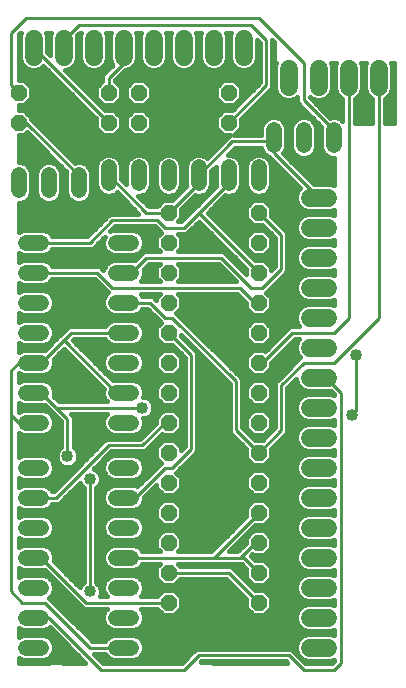
<source format=gbl>
G75*
%MOIN*%
%OFA0B0*%
%FSLAX25Y25*%
%IPPOS*%
%LPD*%
%AMOC8*
5,1,8,0,0,1.08239X$1,22.5*
%
%ADD10C,0.05200*%
%ADD11OC8,0.05200*%
%ADD12C,0.06000*%
%ADD13C,0.01000*%
%ADD14C,0.04000*%
%ADD15C,0.01600*%
D10*
X0010900Y0026000D02*
X0016100Y0026000D01*
X0016100Y0036000D02*
X0010900Y0036000D01*
X0010900Y0046000D02*
X0016100Y0046000D01*
X0016100Y0056000D02*
X0010900Y0056000D01*
X0010900Y0066000D02*
X0016100Y0066000D01*
X0016100Y0076000D02*
X0010900Y0076000D01*
X0010900Y0086000D02*
X0016100Y0086000D01*
X0016100Y0101000D02*
X0010900Y0101000D01*
X0010900Y0111000D02*
X0016100Y0111000D01*
X0016100Y0121000D02*
X0010900Y0121000D01*
X0010900Y0131000D02*
X0016100Y0131000D01*
X0016100Y0141000D02*
X0010900Y0141000D01*
X0010900Y0151000D02*
X0016100Y0151000D01*
X0016100Y0161000D02*
X0010900Y0161000D01*
X0008500Y0178400D02*
X0008500Y0183600D01*
X0018500Y0183600D02*
X0018500Y0178400D01*
X0028500Y0178400D02*
X0028500Y0183600D01*
X0038500Y0186100D02*
X0038500Y0180900D01*
X0048500Y0180900D02*
X0048500Y0186100D01*
X0058500Y0186100D02*
X0058500Y0180900D01*
X0068500Y0180900D02*
X0068500Y0186100D01*
X0078500Y0186100D02*
X0078500Y0180900D01*
X0088500Y0180900D02*
X0088500Y0186100D01*
X0093500Y0193400D02*
X0093500Y0198600D01*
X0103500Y0198600D02*
X0103500Y0193400D01*
X0113500Y0193400D02*
X0113500Y0198600D01*
X0046100Y0161000D02*
X0040900Y0161000D01*
X0040900Y0151000D02*
X0046100Y0151000D01*
X0046100Y0141000D02*
X0040900Y0141000D01*
X0040900Y0131000D02*
X0046100Y0131000D01*
X0046100Y0121000D02*
X0040900Y0121000D01*
X0040900Y0111000D02*
X0046100Y0111000D01*
X0046100Y0101000D02*
X0040900Y0101000D01*
X0040900Y0086000D02*
X0046100Y0086000D01*
X0046100Y0076000D02*
X0040900Y0076000D01*
X0040900Y0066000D02*
X0046100Y0066000D01*
X0046100Y0056000D02*
X0040900Y0056000D01*
X0040900Y0046000D02*
X0046100Y0046000D01*
X0046100Y0036000D02*
X0040900Y0036000D01*
X0040900Y0026000D02*
X0046100Y0026000D01*
D11*
X0058500Y0041000D03*
X0058500Y0051000D03*
X0058500Y0061000D03*
X0058500Y0071000D03*
X0058500Y0081000D03*
X0058500Y0091000D03*
X0058500Y0101000D03*
X0058500Y0111000D03*
X0058500Y0121000D03*
X0058500Y0131000D03*
X0058500Y0141000D03*
X0058500Y0151000D03*
X0058500Y0161000D03*
X0058500Y0171000D03*
X0048500Y0201000D03*
X0048500Y0211000D03*
X0038500Y0211000D03*
X0038500Y0201000D03*
X0008500Y0201000D03*
X0008500Y0211000D03*
X0078500Y0211000D03*
X0078500Y0201000D03*
X0088500Y0171000D03*
X0088500Y0161000D03*
X0088500Y0151000D03*
X0088500Y0141000D03*
X0088500Y0131000D03*
X0088500Y0121000D03*
X0088500Y0111000D03*
X0088500Y0101000D03*
X0088500Y0091000D03*
X0088500Y0081000D03*
X0088500Y0071000D03*
X0088500Y0061000D03*
X0088500Y0051000D03*
X0088500Y0041000D03*
D12*
X0105500Y0036000D02*
X0111500Y0036000D01*
X0111500Y0046000D02*
X0105500Y0046000D01*
X0105500Y0056000D02*
X0111500Y0056000D01*
X0111500Y0066000D02*
X0105500Y0066000D01*
X0105500Y0076000D02*
X0111500Y0076000D01*
X0111500Y0086000D02*
X0105500Y0086000D01*
X0105500Y0096000D02*
X0111500Y0096000D01*
X0111500Y0106000D02*
X0105500Y0106000D01*
X0105500Y0116000D02*
X0111500Y0116000D01*
X0111500Y0126000D02*
X0105500Y0126000D01*
X0105500Y0136000D02*
X0111500Y0136000D01*
X0111500Y0146000D02*
X0105500Y0146000D01*
X0105500Y0156000D02*
X0111500Y0156000D01*
X0111500Y0166000D02*
X0105500Y0166000D01*
X0105500Y0176000D02*
X0111500Y0176000D01*
X0108500Y0213000D02*
X0108500Y0219000D01*
X0098500Y0219000D02*
X0098500Y0213000D01*
X0083500Y0223000D02*
X0083500Y0229000D01*
X0073500Y0229000D02*
X0073500Y0223000D01*
X0063500Y0223000D02*
X0063500Y0229000D01*
X0053500Y0229000D02*
X0053500Y0223000D01*
X0043500Y0223000D02*
X0043500Y0229000D01*
X0033500Y0229000D02*
X0033500Y0223000D01*
X0023500Y0223000D02*
X0023500Y0229000D01*
X0013500Y0229000D02*
X0013500Y0223000D01*
X0105500Y0026000D02*
X0111500Y0026000D01*
X0118500Y0213000D02*
X0118500Y0219000D01*
X0128500Y0219000D02*
X0128500Y0213000D01*
D13*
X0128500Y0216000D02*
X0128500Y0136000D01*
X0113500Y0121000D01*
X0103500Y0121000D01*
X0096000Y0113500D01*
X0096000Y0098500D01*
X0088500Y0091000D01*
X0081000Y0098500D01*
X0081000Y0114750D01*
X0059750Y0136000D01*
X0057250Y0136000D01*
X0052250Y0141000D01*
X0043500Y0141000D01*
X0039750Y0146000D02*
X0082250Y0146000D01*
X0087250Y0141000D01*
X0088500Y0141000D01*
X0089750Y0146000D02*
X0086000Y0146000D01*
X0076000Y0156000D01*
X0051000Y0156000D01*
X0046000Y0151000D01*
X0043500Y0151000D01*
X0039750Y0146000D02*
X0034750Y0151000D01*
X0013500Y0151000D01*
X0013500Y0161000D02*
X0032250Y0161000D01*
X0039750Y0168500D01*
X0054750Y0168500D01*
X0057250Y0166000D01*
X0063500Y0166000D01*
X0068500Y0171000D01*
X0088500Y0151000D01*
X0089750Y0146000D02*
X0096000Y0152250D01*
X0096000Y0163500D01*
X0088500Y0171000D01*
X0078500Y0181000D02*
X0078500Y0183500D01*
X0078500Y0181000D02*
X0068500Y0171000D01*
X0058500Y0171000D02*
X0068500Y0181000D01*
X0068500Y0183500D01*
X0079750Y0194750D01*
X0093500Y0194750D01*
X0093500Y0196000D01*
X0093500Y0194750D02*
X0093500Y0191000D01*
X0108500Y0176000D01*
X0113500Y0196000D02*
X0113500Y0198500D01*
X0103500Y0208500D01*
X0103500Y0221000D01*
X0088500Y0236000D01*
X0011000Y0236000D01*
X0006000Y0231000D01*
X0006000Y0213500D01*
X0008500Y0211000D01*
X0008500Y0201000D02*
X0011000Y0201000D01*
X0028500Y0183500D01*
X0028500Y0181000D01*
X0038500Y0183500D02*
X0051000Y0171000D01*
X0058500Y0171000D01*
X0038500Y0201000D02*
X0013500Y0226000D01*
X0023500Y0226000D02*
X0023500Y0228500D01*
X0028500Y0233500D01*
X0086000Y0233500D01*
X0091000Y0228500D01*
X0091000Y0213500D01*
X0078500Y0201000D01*
X0043500Y0221000D02*
X0043500Y0226000D01*
X0043500Y0221000D02*
X0038500Y0216000D01*
X0038500Y0211000D01*
X0043500Y0131000D02*
X0026000Y0131000D01*
X0023500Y0128500D01*
X0041000Y0111000D01*
X0043500Y0111000D01*
X0049750Y0106000D02*
X0021000Y0106000D01*
X0024750Y0102250D01*
X0024750Y0089750D01*
X0032250Y0082250D02*
X0032250Y0044750D01*
X0031000Y0041000D02*
X0016000Y0056000D01*
X0013500Y0056000D01*
X0006000Y0044750D02*
X0009750Y0041000D01*
X0017250Y0041000D01*
X0032250Y0026000D01*
X0043500Y0026000D01*
X0036000Y0018500D02*
X0063500Y0018500D01*
X0068500Y0023500D01*
X0098500Y0023500D01*
X0103500Y0018500D01*
X0113500Y0018500D01*
X0116000Y0021000D01*
X0116000Y0111000D01*
X0111000Y0116000D01*
X0108500Y0116000D01*
X0113500Y0131000D02*
X0099750Y0131000D01*
X0089750Y0121000D01*
X0088500Y0121000D01*
X0066000Y0123500D02*
X0066000Y0092250D01*
X0059750Y0086000D01*
X0057250Y0086000D01*
X0047250Y0076000D01*
X0043500Y0076000D01*
X0038500Y0093500D02*
X0049750Y0093500D01*
X0057250Y0101000D01*
X0058500Y0101000D01*
X0066000Y0123500D02*
X0058500Y0131000D01*
X0038500Y0093500D02*
X0021000Y0076000D01*
X0013500Y0076000D01*
X0013500Y0101000D02*
X0008500Y0101000D01*
X0006000Y0103500D01*
X0006000Y0044750D01*
X0013500Y0036000D02*
X0018500Y0036000D01*
X0036000Y0018500D01*
X0031000Y0041000D02*
X0058500Y0041000D01*
X0058500Y0051000D02*
X0078500Y0051000D01*
X0088500Y0041000D01*
X0088500Y0051000D02*
X0083500Y0056000D01*
X0082250Y0056000D01*
X0087250Y0061000D01*
X0088500Y0061000D01*
X0082250Y0056000D02*
X0073500Y0056000D01*
X0088500Y0071000D01*
X0073500Y0056000D02*
X0043500Y0056000D01*
X0021000Y0106000D02*
X0016000Y0111000D01*
X0013500Y0111000D01*
X0013500Y0121000D02*
X0008500Y0121000D01*
X0006000Y0118500D01*
X0006000Y0103500D01*
X0013500Y0121000D02*
X0016000Y0121000D01*
X0023500Y0128500D01*
X0113500Y0131000D02*
X0118500Y0136000D01*
X0118500Y0216000D01*
X0121000Y0123500D02*
X0121000Y0104750D01*
X0119750Y0103500D01*
D14*
X0119750Y0103500D03*
X0121000Y0123500D03*
X0049750Y0106000D03*
X0032250Y0082250D03*
X0024750Y0089750D03*
X0032250Y0044750D03*
D15*
X0008500Y0022460D02*
X0008500Y0021000D01*
X0018479Y0021000D01*
X0019642Y0021312D01*
X0022358Y0021312D01*
X0023521Y0021000D01*
X0030530Y0021000D01*
X0018785Y0032745D01*
X0018479Y0032439D01*
X0016935Y0031800D01*
X0010065Y0031800D01*
X0008521Y0032439D01*
X0008500Y0032460D01*
X0008500Y0029540D01*
X0008521Y0029561D01*
X0010065Y0030200D01*
X0016935Y0030200D01*
X0018479Y0029561D01*
X0019661Y0028379D01*
X0020300Y0026835D01*
X0020300Y0025165D01*
X0019661Y0023621D01*
X0018479Y0022439D01*
X0016935Y0021800D01*
X0010065Y0021800D01*
X0008521Y0022439D01*
X0008500Y0022460D01*
X0008500Y0021781D02*
X0029750Y0021781D01*
X0028151Y0023379D02*
X0019419Y0023379D01*
X0020223Y0024978D02*
X0026552Y0024978D01*
X0024954Y0026576D02*
X0020300Y0026576D01*
X0019745Y0028175D02*
X0023355Y0028175D01*
X0021757Y0029773D02*
X0017966Y0029773D01*
X0020158Y0031372D02*
X0008500Y0031372D01*
X0008500Y0029773D02*
X0009034Y0029773D01*
X0019350Y0041870D02*
X0018630Y0042590D01*
X0019661Y0043621D01*
X0020300Y0045165D01*
X0020300Y0046835D01*
X0019661Y0048379D01*
X0018479Y0049561D01*
X0016935Y0050200D01*
X0010065Y0050200D01*
X0008521Y0049561D01*
X0008500Y0049540D01*
X0008500Y0052460D01*
X0008521Y0052439D01*
X0010065Y0051800D01*
X0016935Y0051800D01*
X0017144Y0051886D01*
X0030130Y0038900D01*
X0037860Y0038900D01*
X0037339Y0038379D01*
X0036700Y0036835D01*
X0036700Y0035165D01*
X0037339Y0033621D01*
X0038521Y0032439D01*
X0040065Y0031800D01*
X0046935Y0031800D01*
X0048479Y0032439D01*
X0049661Y0033621D01*
X0050300Y0035165D01*
X0050300Y0036835D01*
X0049661Y0038379D01*
X0049140Y0038900D01*
X0054660Y0038900D01*
X0056760Y0036800D01*
X0060240Y0036800D01*
X0062700Y0039260D01*
X0062700Y0042740D01*
X0060240Y0045200D01*
X0056760Y0045200D01*
X0054660Y0043100D01*
X0049140Y0043100D01*
X0049661Y0043621D01*
X0050300Y0045165D01*
X0050300Y0046835D01*
X0049661Y0048379D01*
X0048479Y0049561D01*
X0046935Y0050200D01*
X0040065Y0050200D01*
X0038521Y0049561D01*
X0037339Y0048379D01*
X0036700Y0046835D01*
X0036700Y0045165D01*
X0037339Y0043621D01*
X0037860Y0043100D01*
X0035463Y0043100D01*
X0035850Y0044034D01*
X0035850Y0045466D01*
X0035302Y0046789D01*
X0034350Y0047741D01*
X0034350Y0079259D01*
X0035302Y0080211D01*
X0035850Y0081534D01*
X0035850Y0082966D01*
X0035302Y0084289D01*
X0034289Y0085302D01*
X0033570Y0085600D01*
X0039370Y0091400D01*
X0050620Y0091400D01*
X0056390Y0097170D01*
X0056760Y0096800D01*
X0060240Y0096800D01*
X0062700Y0099260D01*
X0062700Y0102740D01*
X0060240Y0105200D01*
X0056760Y0105200D01*
X0054300Y0102740D01*
X0054300Y0101020D01*
X0048880Y0095600D01*
X0037630Y0095600D01*
X0036400Y0094370D01*
X0020130Y0078100D01*
X0019776Y0078100D01*
X0019661Y0078379D01*
X0018479Y0079561D01*
X0016935Y0080200D01*
X0010065Y0080200D01*
X0008521Y0079561D01*
X0008500Y0079540D01*
X0008500Y0082460D01*
X0008521Y0082439D01*
X0010065Y0081800D01*
X0016935Y0081800D01*
X0018479Y0082439D01*
X0019661Y0083621D01*
X0020300Y0085165D01*
X0020300Y0086835D01*
X0019661Y0088379D01*
X0018479Y0089561D01*
X0016935Y0090200D01*
X0010065Y0090200D01*
X0008521Y0089561D01*
X0008500Y0089540D01*
X0008500Y0097460D01*
X0008521Y0097439D01*
X0010065Y0096800D01*
X0016935Y0096800D01*
X0018479Y0097439D01*
X0019661Y0098621D01*
X0020300Y0100165D01*
X0020300Y0101835D01*
X0019661Y0103379D01*
X0018479Y0104561D01*
X0016935Y0105200D01*
X0010065Y0105200D01*
X0008521Y0104561D01*
X0008500Y0104540D01*
X0008500Y0107460D01*
X0008521Y0107439D01*
X0010065Y0106800D01*
X0016935Y0106800D01*
X0017144Y0106886D01*
X0018900Y0105130D01*
X0020130Y0103900D01*
X0022650Y0101380D01*
X0022650Y0092741D01*
X0021698Y0091789D01*
X0021150Y0090466D01*
X0021150Y0089034D01*
X0021698Y0087711D01*
X0022711Y0086698D01*
X0024034Y0086150D01*
X0025466Y0086150D01*
X0026789Y0086698D01*
X0027802Y0087711D01*
X0028350Y0089034D01*
X0028350Y0090466D01*
X0027802Y0091789D01*
X0026850Y0092741D01*
X0026850Y0103120D01*
X0026070Y0103900D01*
X0037860Y0103900D01*
X0037339Y0103379D01*
X0036700Y0101835D01*
X0036700Y0100165D01*
X0037339Y0098621D01*
X0038521Y0097439D01*
X0040065Y0096800D01*
X0046935Y0096800D01*
X0048479Y0097439D01*
X0049661Y0098621D01*
X0050300Y0100165D01*
X0050300Y0101835D01*
X0050066Y0102400D01*
X0050466Y0102400D01*
X0051789Y0102948D01*
X0052802Y0103961D01*
X0053350Y0105284D01*
X0053350Y0106716D01*
X0052802Y0108039D01*
X0051789Y0109052D01*
X0050466Y0109600D01*
X0050066Y0109600D01*
X0050300Y0110165D01*
X0050300Y0111835D01*
X0049661Y0113379D01*
X0048479Y0114561D01*
X0046935Y0115200D01*
X0040065Y0115200D01*
X0039856Y0115114D01*
X0026470Y0128500D01*
X0026870Y0128900D01*
X0037224Y0128900D01*
X0037339Y0128621D01*
X0038521Y0127439D01*
X0040065Y0126800D01*
X0046935Y0126800D01*
X0048479Y0127439D01*
X0049661Y0128621D01*
X0050300Y0130165D01*
X0050300Y0131835D01*
X0049661Y0133379D01*
X0048479Y0134561D01*
X0046935Y0135200D01*
X0040065Y0135200D01*
X0038521Y0134561D01*
X0037339Y0133379D01*
X0037224Y0133100D01*
X0025130Y0133100D01*
X0022630Y0130600D01*
X0021400Y0129370D01*
X0021400Y0129370D01*
X0017144Y0125114D01*
X0016935Y0125200D01*
X0010065Y0125200D01*
X0008521Y0124561D01*
X0008500Y0124540D01*
X0008500Y0127460D01*
X0008521Y0127439D01*
X0010065Y0126800D01*
X0016935Y0126800D01*
X0018479Y0127439D01*
X0019661Y0128621D01*
X0020300Y0130165D01*
X0020300Y0131835D01*
X0019661Y0133379D01*
X0018479Y0134561D01*
X0016935Y0135200D01*
X0010065Y0135200D01*
X0008521Y0134561D01*
X0008500Y0134540D01*
X0008500Y0137460D01*
X0008521Y0137439D01*
X0010065Y0136800D01*
X0016935Y0136800D01*
X0018479Y0137439D01*
X0019661Y0138621D01*
X0020300Y0140165D01*
X0020300Y0141835D01*
X0019661Y0143379D01*
X0018479Y0144561D01*
X0016935Y0145200D01*
X0010065Y0145200D01*
X0008521Y0144561D01*
X0008500Y0144540D01*
X0008500Y0147460D01*
X0008521Y0147439D01*
X0010065Y0146800D01*
X0016935Y0146800D01*
X0018479Y0147439D01*
X0019661Y0148621D01*
X0019776Y0148900D01*
X0033880Y0148900D01*
X0037650Y0145130D01*
X0038370Y0144410D01*
X0037339Y0143379D01*
X0036700Y0141835D01*
X0036700Y0140165D01*
X0037339Y0138621D01*
X0038521Y0137439D01*
X0040065Y0136800D01*
X0046935Y0136800D01*
X0048479Y0137439D01*
X0049661Y0138621D01*
X0049776Y0138900D01*
X0051380Y0138900D01*
X0055150Y0135130D01*
X0055920Y0134360D01*
X0054300Y0132740D01*
X0054300Y0129260D01*
X0056760Y0126800D01*
X0059730Y0126800D01*
X0063900Y0122630D01*
X0063900Y0093120D01*
X0062700Y0091920D01*
X0062700Y0092740D01*
X0060240Y0095200D01*
X0056760Y0095200D01*
X0054300Y0092740D01*
X0054300Y0089260D01*
X0055920Y0087640D01*
X0055150Y0086870D01*
X0048028Y0079748D01*
X0046935Y0080200D01*
X0040065Y0080200D01*
X0038521Y0079561D01*
X0037339Y0078379D01*
X0036700Y0076835D01*
X0036700Y0075165D01*
X0037339Y0073621D01*
X0038521Y0072439D01*
X0040065Y0071800D01*
X0046935Y0071800D01*
X0048479Y0072439D01*
X0049661Y0073621D01*
X0050300Y0075165D01*
X0050300Y0076080D01*
X0054300Y0080080D01*
X0054300Y0079260D01*
X0056760Y0076800D01*
X0060240Y0076800D01*
X0062700Y0079260D01*
X0062700Y0082740D01*
X0061080Y0084360D01*
X0066870Y0090150D01*
X0068100Y0091380D01*
X0068100Y0124370D01*
X0066870Y0125600D01*
X0066870Y0125600D01*
X0062700Y0129770D01*
X0062700Y0130080D01*
X0078900Y0113880D01*
X0078900Y0097630D01*
X0084300Y0092230D01*
X0084300Y0089260D01*
X0086760Y0086800D01*
X0090240Y0086800D01*
X0092700Y0089260D01*
X0092700Y0092230D01*
X0098100Y0097630D01*
X0098100Y0112630D01*
X0100900Y0115430D01*
X0100900Y0115085D01*
X0101600Y0113394D01*
X0102894Y0112100D01*
X0104585Y0111400D01*
X0112415Y0111400D01*
X0112567Y0111463D01*
X0113500Y0110530D01*
X0113500Y0110151D01*
X0112415Y0110600D01*
X0104585Y0110600D01*
X0102894Y0109900D01*
X0101600Y0108606D01*
X0100900Y0106915D01*
X0100900Y0105085D01*
X0101600Y0103394D01*
X0102894Y0102100D01*
X0104585Y0101400D01*
X0112415Y0101400D01*
X0113500Y0101849D01*
X0113500Y0100151D01*
X0112415Y0100600D01*
X0104585Y0100600D01*
X0102894Y0099900D01*
X0101600Y0098606D01*
X0100900Y0096915D01*
X0100900Y0095085D01*
X0101600Y0093394D01*
X0102894Y0092100D01*
X0104585Y0091400D01*
X0112415Y0091400D01*
X0113500Y0091849D01*
X0113500Y0090151D01*
X0112415Y0090600D01*
X0104585Y0090600D01*
X0102894Y0089900D01*
X0101600Y0088606D01*
X0100900Y0086915D01*
X0100900Y0085085D01*
X0101600Y0083394D01*
X0102894Y0082100D01*
X0104585Y0081400D01*
X0112415Y0081400D01*
X0113500Y0081849D01*
X0113500Y0080151D01*
X0112415Y0080600D01*
X0104585Y0080600D01*
X0102894Y0079900D01*
X0101600Y0078606D01*
X0100900Y0076915D01*
X0100900Y0075085D01*
X0101600Y0073394D01*
X0102894Y0072100D01*
X0104585Y0071400D01*
X0112415Y0071400D01*
X0113500Y0071849D01*
X0113500Y0070151D01*
X0112415Y0070600D01*
X0104585Y0070600D01*
X0102894Y0069900D01*
X0101600Y0068606D01*
X0100900Y0066915D01*
X0100900Y0065085D01*
X0101600Y0063394D01*
X0102894Y0062100D01*
X0104585Y0061400D01*
X0112415Y0061400D01*
X0113500Y0061849D01*
X0113500Y0060151D01*
X0112415Y0060600D01*
X0104585Y0060600D01*
X0102894Y0059900D01*
X0101600Y0058606D01*
X0100900Y0056915D01*
X0100900Y0055085D01*
X0101600Y0053394D01*
X0102894Y0052100D01*
X0104585Y0051400D01*
X0112415Y0051400D01*
X0113500Y0051849D01*
X0113500Y0050151D01*
X0112415Y0050600D01*
X0104585Y0050600D01*
X0102894Y0049900D01*
X0101600Y0048606D01*
X0100900Y0046915D01*
X0100900Y0045085D01*
X0101600Y0043394D01*
X0102894Y0042100D01*
X0104585Y0041400D01*
X0112415Y0041400D01*
X0113500Y0041849D01*
X0113500Y0040151D01*
X0112415Y0040600D01*
X0104585Y0040600D01*
X0102894Y0039900D01*
X0101600Y0038606D01*
X0100900Y0036915D01*
X0100900Y0035085D01*
X0101600Y0033394D01*
X0102894Y0032100D01*
X0104585Y0031400D01*
X0112415Y0031400D01*
X0113500Y0031849D01*
X0113500Y0030151D01*
X0112415Y0030600D01*
X0104585Y0030600D01*
X0102894Y0029900D01*
X0101600Y0028606D01*
X0100900Y0026915D01*
X0100900Y0025085D01*
X0101600Y0023394D01*
X0102894Y0022100D01*
X0104585Y0021400D01*
X0112415Y0021400D01*
X0113500Y0021849D01*
X0113500Y0021470D01*
X0113030Y0021000D01*
X0103970Y0021000D01*
X0099370Y0025600D01*
X0067630Y0025600D01*
X0066400Y0024370D01*
X0063030Y0021000D01*
X0036470Y0021000D01*
X0033570Y0023900D01*
X0037224Y0023900D01*
X0037339Y0023621D01*
X0038521Y0022439D01*
X0040065Y0021800D01*
X0046935Y0021800D01*
X0048479Y0022439D01*
X0049661Y0023621D01*
X0050300Y0025165D01*
X0050300Y0026835D01*
X0049661Y0028379D01*
X0048479Y0029561D01*
X0046935Y0030200D01*
X0040065Y0030200D01*
X0038521Y0029561D01*
X0037339Y0028379D01*
X0037224Y0028100D01*
X0033120Y0028100D01*
X0019350Y0041870D01*
X0018659Y0042561D02*
X0026469Y0042561D01*
X0028067Y0040963D02*
X0020257Y0040963D01*
X0021856Y0039364D02*
X0029666Y0039364D01*
X0028250Y0032970D02*
X0037990Y0032970D01*
X0036947Y0034569D02*
X0026651Y0034569D01*
X0025053Y0036167D02*
X0036700Y0036167D01*
X0037085Y0037766D02*
X0023454Y0037766D01*
X0024870Y0044160D02*
X0019884Y0044160D01*
X0020300Y0045758D02*
X0023272Y0045758D01*
X0021673Y0047357D02*
X0020084Y0047357D01*
X0020075Y0048955D02*
X0019084Y0048955D01*
X0018476Y0050554D02*
X0008500Y0050554D01*
X0008500Y0052152D02*
X0009214Y0052152D01*
X0008500Y0059540D02*
X0008500Y0062460D01*
X0008521Y0062439D01*
X0010065Y0061800D01*
X0016935Y0061800D01*
X0018479Y0062439D01*
X0019661Y0063621D01*
X0020300Y0065165D01*
X0020300Y0066835D01*
X0019661Y0068379D01*
X0018479Y0069561D01*
X0016935Y0070200D01*
X0010065Y0070200D01*
X0008521Y0069561D01*
X0008500Y0069540D01*
X0008500Y0072460D01*
X0008521Y0072439D01*
X0010065Y0071800D01*
X0016935Y0071800D01*
X0018479Y0072439D01*
X0019661Y0073621D01*
X0019776Y0073900D01*
X0021870Y0073900D01*
X0028900Y0080930D01*
X0029198Y0080211D01*
X0030150Y0079259D01*
X0030150Y0047741D01*
X0029198Y0046789D01*
X0028900Y0046070D01*
X0020155Y0054815D01*
X0020300Y0055165D01*
X0020300Y0056835D01*
X0019661Y0058379D01*
X0018479Y0059561D01*
X0016935Y0060200D01*
X0010065Y0060200D01*
X0008521Y0059561D01*
X0008500Y0059540D01*
X0008500Y0060145D02*
X0009932Y0060145D01*
X0008500Y0061743D02*
X0030150Y0061743D01*
X0030150Y0060145D02*
X0017068Y0060145D01*
X0019493Y0058546D02*
X0030150Y0058546D01*
X0030150Y0056948D02*
X0020253Y0056948D01*
X0020300Y0055349D02*
X0030150Y0055349D01*
X0030150Y0053751D02*
X0021219Y0053751D01*
X0022817Y0052152D02*
X0030150Y0052152D01*
X0030150Y0050554D02*
X0024416Y0050554D01*
X0026014Y0048955D02*
X0030150Y0048955D01*
X0029766Y0047357D02*
X0027613Y0047357D01*
X0034350Y0048955D02*
X0037916Y0048955D01*
X0036916Y0047357D02*
X0034734Y0047357D01*
X0035729Y0045758D02*
X0036700Y0045758D01*
X0037116Y0044160D02*
X0035850Y0044160D01*
X0034350Y0050554D02*
X0054300Y0050554D01*
X0054300Y0049260D02*
X0056760Y0046800D01*
X0060240Y0046800D01*
X0062340Y0048900D01*
X0077630Y0048900D01*
X0084300Y0042230D01*
X0084300Y0039260D01*
X0086760Y0036800D01*
X0090240Y0036800D01*
X0092700Y0039260D01*
X0092700Y0042740D01*
X0090240Y0045200D01*
X0087270Y0045200D01*
X0080600Y0051870D01*
X0079370Y0053100D01*
X0062340Y0053100D01*
X0061540Y0053900D01*
X0082630Y0053900D01*
X0084300Y0052230D01*
X0084300Y0049260D01*
X0086760Y0046800D01*
X0090240Y0046800D01*
X0092700Y0049260D01*
X0092700Y0052740D01*
X0090240Y0055200D01*
X0087270Y0055200D01*
X0085845Y0056625D01*
X0086390Y0057170D01*
X0086760Y0056800D01*
X0090240Y0056800D01*
X0092700Y0059260D01*
X0092700Y0062740D01*
X0090240Y0065200D01*
X0086760Y0065200D01*
X0084300Y0062740D01*
X0084300Y0061020D01*
X0081380Y0058100D01*
X0078570Y0058100D01*
X0087270Y0066800D01*
X0090240Y0066800D01*
X0092700Y0069260D01*
X0092700Y0072740D01*
X0090240Y0075200D01*
X0086760Y0075200D01*
X0084300Y0072740D01*
X0084300Y0069770D01*
X0072630Y0058100D01*
X0061540Y0058100D01*
X0062700Y0059260D01*
X0062700Y0062740D01*
X0060240Y0065200D01*
X0056760Y0065200D01*
X0054300Y0062740D01*
X0054300Y0059260D01*
X0055460Y0058100D01*
X0049776Y0058100D01*
X0049661Y0058379D01*
X0048479Y0059561D01*
X0046935Y0060200D01*
X0040065Y0060200D01*
X0038521Y0059561D01*
X0037339Y0058379D01*
X0036700Y0056835D01*
X0036700Y0055165D01*
X0037339Y0053621D01*
X0038521Y0052439D01*
X0040065Y0051800D01*
X0046935Y0051800D01*
X0048479Y0052439D01*
X0049661Y0053621D01*
X0049776Y0053900D01*
X0055460Y0053900D01*
X0054300Y0052740D01*
X0054300Y0049260D01*
X0054605Y0048955D02*
X0049084Y0048955D01*
X0050084Y0047357D02*
X0056203Y0047357D01*
X0055720Y0044160D02*
X0049884Y0044160D01*
X0050300Y0045758D02*
X0080772Y0045758D01*
X0082370Y0044160D02*
X0061280Y0044160D01*
X0062700Y0042561D02*
X0083969Y0042561D01*
X0084300Y0040963D02*
X0062700Y0040963D01*
X0062700Y0039364D02*
X0084300Y0039364D01*
X0085795Y0037766D02*
X0061205Y0037766D01*
X0055795Y0037766D02*
X0049915Y0037766D01*
X0050300Y0036167D02*
X0100900Y0036167D01*
X0101114Y0034569D02*
X0050053Y0034569D01*
X0049010Y0032970D02*
X0102024Y0032970D01*
X0101252Y0037766D02*
X0091205Y0037766D01*
X0092700Y0039364D02*
X0102359Y0039364D01*
X0102433Y0042561D02*
X0092700Y0042561D01*
X0092700Y0040963D02*
X0113500Y0040963D01*
X0113500Y0050554D02*
X0112526Y0050554D01*
X0113244Y0061743D02*
X0113500Y0061743D01*
X0113500Y0071334D02*
X0092700Y0071334D01*
X0092700Y0069736D02*
X0102731Y0069736D01*
X0101406Y0068137D02*
X0091577Y0068137D01*
X0092507Y0072933D02*
X0102062Y0072933D01*
X0101129Y0074532D02*
X0090908Y0074532D01*
X0090240Y0076800D02*
X0092700Y0079260D01*
X0092700Y0082740D01*
X0090240Y0085200D01*
X0086760Y0085200D01*
X0084300Y0082740D01*
X0084300Y0079260D01*
X0086760Y0076800D01*
X0090240Y0076800D01*
X0091168Y0077729D02*
X0101237Y0077729D01*
X0100900Y0076130D02*
X0050350Y0076130D01*
X0050038Y0074532D02*
X0056092Y0074532D01*
X0056760Y0075200D02*
X0054300Y0072740D01*
X0054300Y0069260D01*
X0056760Y0066800D01*
X0060240Y0066800D01*
X0062700Y0069260D01*
X0062700Y0072740D01*
X0060240Y0075200D01*
X0056760Y0075200D01*
X0055832Y0077729D02*
X0051948Y0077729D01*
X0053547Y0079327D02*
X0054300Y0079327D01*
X0052403Y0084123D02*
X0049868Y0084123D01*
X0049661Y0083621D02*
X0050300Y0085165D01*
X0050300Y0086835D01*
X0049661Y0088379D01*
X0048479Y0089561D01*
X0046935Y0090200D01*
X0040065Y0090200D01*
X0038521Y0089561D01*
X0037339Y0088379D01*
X0036700Y0086835D01*
X0036700Y0085165D01*
X0037339Y0083621D01*
X0038521Y0082439D01*
X0040065Y0081800D01*
X0046935Y0081800D01*
X0048479Y0082439D01*
X0049661Y0083621D01*
X0048564Y0082524D02*
X0050804Y0082524D01*
X0050300Y0085721D02*
X0054001Y0085721D01*
X0055600Y0087320D02*
X0050099Y0087320D01*
X0049122Y0088918D02*
X0054642Y0088918D01*
X0054300Y0090517D02*
X0038486Y0090517D01*
X0037878Y0088918D02*
X0036888Y0088918D01*
X0036901Y0087320D02*
X0035289Y0087320D01*
X0036700Y0085721D02*
X0033691Y0085721D01*
X0035371Y0084123D02*
X0037132Y0084123D01*
X0035850Y0082524D02*
X0038436Y0082524D01*
X0038287Y0079327D02*
X0034418Y0079327D01*
X0034350Y0077729D02*
X0037070Y0077729D01*
X0036700Y0076130D02*
X0034350Y0076130D01*
X0034350Y0074532D02*
X0036962Y0074532D01*
X0038027Y0072933D02*
X0034350Y0072933D01*
X0034350Y0071334D02*
X0054300Y0071334D01*
X0054300Y0069736D02*
X0048056Y0069736D01*
X0048479Y0069561D02*
X0046935Y0070200D01*
X0040065Y0070200D01*
X0038521Y0069561D01*
X0037339Y0068379D01*
X0036700Y0066835D01*
X0036700Y0065165D01*
X0037339Y0063621D01*
X0038521Y0062439D01*
X0040065Y0061800D01*
X0046935Y0061800D01*
X0048479Y0062439D01*
X0049661Y0063621D01*
X0050300Y0065165D01*
X0050300Y0066835D01*
X0049661Y0068379D01*
X0048479Y0069561D01*
X0049761Y0068137D02*
X0055423Y0068137D01*
X0054493Y0072933D02*
X0048973Y0072933D01*
X0050300Y0066539D02*
X0081069Y0066539D01*
X0079471Y0064940D02*
X0060499Y0064940D01*
X0062098Y0063342D02*
X0077872Y0063342D01*
X0076274Y0061743D02*
X0062700Y0061743D01*
X0062700Y0060145D02*
X0074675Y0060145D01*
X0073077Y0058546D02*
X0061986Y0058546D01*
X0061689Y0053751D02*
X0082779Y0053751D01*
X0084300Y0052152D02*
X0080317Y0052152D01*
X0080600Y0051870D02*
X0080600Y0051870D01*
X0081916Y0050554D02*
X0084300Y0050554D01*
X0084605Y0048955D02*
X0083514Y0048955D01*
X0085113Y0047357D02*
X0086203Y0047357D01*
X0086712Y0045758D02*
X0100900Y0045758D01*
X0101083Y0047357D02*
X0090797Y0047357D01*
X0092395Y0048955D02*
X0101950Y0048955D01*
X0102842Y0052152D02*
X0092700Y0052152D01*
X0092700Y0050554D02*
X0104474Y0050554D01*
X0101453Y0053751D02*
X0091689Y0053751D01*
X0090388Y0056948D02*
X0100914Y0056948D01*
X0100900Y0055349D02*
X0087120Y0055349D01*
X0086612Y0056948D02*
X0086168Y0056948D01*
X0083425Y0060145D02*
X0080615Y0060145D01*
X0081827Y0058546D02*
X0079016Y0058546D01*
X0082213Y0061743D02*
X0084300Y0061743D01*
X0083812Y0063342D02*
X0084902Y0063342D01*
X0085410Y0064940D02*
X0086501Y0064940D01*
X0087009Y0066539D02*
X0100900Y0066539D01*
X0100960Y0064940D02*
X0090499Y0064940D01*
X0092098Y0063342D02*
X0101653Y0063342D01*
X0103756Y0061743D02*
X0092700Y0061743D01*
X0092700Y0060145D02*
X0103486Y0060145D01*
X0101576Y0058546D02*
X0091986Y0058546D01*
X0091280Y0044160D02*
X0101283Y0044160D01*
X0102768Y0029773D02*
X0047966Y0029773D01*
X0049745Y0028175D02*
X0101422Y0028175D01*
X0100900Y0026576D02*
X0050300Y0026576D01*
X0050223Y0024978D02*
X0067008Y0024978D01*
X0065409Y0023379D02*
X0049419Y0023379D01*
X0039034Y0029773D02*
X0031447Y0029773D01*
X0033045Y0028175D02*
X0037255Y0028175D01*
X0037581Y0023379D02*
X0034091Y0023379D01*
X0035689Y0021781D02*
X0063811Y0021781D01*
X0069150Y0021180D02*
X0069370Y0021400D01*
X0097630Y0021400D01*
X0098030Y0021000D01*
X0073521Y0021000D01*
X0072358Y0021312D01*
X0069642Y0021312D01*
X0069150Y0021180D01*
X0060797Y0047357D02*
X0079173Y0047357D01*
X0082668Y0068137D02*
X0061577Y0068137D01*
X0062700Y0069736D02*
X0084266Y0069736D01*
X0084300Y0071334D02*
X0062700Y0071334D01*
X0062507Y0072933D02*
X0084493Y0072933D01*
X0086092Y0074532D02*
X0060908Y0074532D01*
X0061168Y0077729D02*
X0085832Y0077729D01*
X0084300Y0079327D02*
X0062700Y0079327D01*
X0062700Y0080926D02*
X0084300Y0080926D01*
X0084300Y0082524D02*
X0062700Y0082524D01*
X0061317Y0084123D02*
X0085683Y0084123D01*
X0086241Y0087320D02*
X0064039Y0087320D01*
X0062441Y0085721D02*
X0100900Y0085721D01*
X0101068Y0087320D02*
X0090759Y0087320D01*
X0092358Y0088918D02*
X0101913Y0088918D01*
X0102879Y0092115D02*
X0092700Y0092115D01*
X0092700Y0090517D02*
X0104384Y0090517D01*
X0101468Y0093714D02*
X0094184Y0093714D01*
X0095782Y0095312D02*
X0100900Y0095312D01*
X0100900Y0096911D02*
X0097381Y0096911D01*
X0098100Y0098509D02*
X0101560Y0098509D01*
X0103397Y0100108D02*
X0098100Y0100108D01*
X0098100Y0101706D02*
X0103846Y0101706D01*
X0101690Y0103305D02*
X0098100Y0103305D01*
X0098100Y0104903D02*
X0100975Y0104903D01*
X0100900Y0106502D02*
X0098100Y0106502D01*
X0098100Y0108100D02*
X0101391Y0108100D01*
X0102693Y0109699D02*
X0098100Y0109699D01*
X0098100Y0111297D02*
X0112733Y0111297D01*
X0113154Y0101706D02*
X0113500Y0101706D01*
X0113500Y0090517D02*
X0112616Y0090517D01*
X0113500Y0080926D02*
X0092700Y0080926D01*
X0092700Y0082524D02*
X0102471Y0082524D01*
X0101299Y0084123D02*
X0091317Y0084123D01*
X0092700Y0079327D02*
X0102322Y0079327D01*
X0089730Y0095200D02*
X0093900Y0099370D01*
X0093900Y0114370D01*
X0095130Y0115600D01*
X0102262Y0122732D01*
X0101600Y0123394D01*
X0100900Y0125085D01*
X0100900Y0126915D01*
X0101600Y0128606D01*
X0101895Y0128900D01*
X0100620Y0128900D01*
X0092700Y0120980D01*
X0092700Y0119260D01*
X0090240Y0116800D01*
X0086760Y0116800D01*
X0084300Y0119260D01*
X0084300Y0122740D01*
X0086760Y0125200D01*
X0090240Y0125200D01*
X0090610Y0124830D01*
X0098880Y0133100D01*
X0101895Y0133100D01*
X0101600Y0133394D01*
X0100900Y0135085D01*
X0100900Y0136915D01*
X0101600Y0138606D01*
X0102894Y0139900D01*
X0104585Y0140600D01*
X0112415Y0140600D01*
X0113500Y0140151D01*
X0113500Y0141849D01*
X0112415Y0141400D01*
X0104585Y0141400D01*
X0102894Y0142100D01*
X0101600Y0143394D01*
X0100900Y0145085D01*
X0100900Y0146915D01*
X0101600Y0148606D01*
X0102894Y0149900D01*
X0104585Y0150600D01*
X0112415Y0150600D01*
X0113500Y0150151D01*
X0113500Y0151849D01*
X0112415Y0151400D01*
X0104585Y0151400D01*
X0102894Y0152100D01*
X0101600Y0153394D01*
X0100900Y0155085D01*
X0100900Y0156915D01*
X0101600Y0158606D01*
X0102894Y0159900D01*
X0104585Y0160600D01*
X0112415Y0160600D01*
X0113500Y0160151D01*
X0113500Y0161849D01*
X0112415Y0161400D01*
X0104585Y0161400D01*
X0102894Y0162100D01*
X0101600Y0163394D01*
X0100900Y0165085D01*
X0100900Y0166915D01*
X0101600Y0168606D01*
X0102894Y0169900D01*
X0104585Y0170600D01*
X0112415Y0170600D01*
X0113500Y0170151D01*
X0113500Y0171849D01*
X0112415Y0171400D01*
X0104585Y0171400D01*
X0102894Y0172100D01*
X0101600Y0173394D01*
X0100900Y0175085D01*
X0100900Y0176915D01*
X0101600Y0178606D01*
X0102262Y0179268D01*
X0092094Y0189436D01*
X0091121Y0189839D01*
X0089939Y0191021D01*
X0089300Y0192565D01*
X0089300Y0192650D01*
X0080620Y0192650D01*
X0078270Y0190300D01*
X0079335Y0190300D01*
X0080879Y0189661D01*
X0082061Y0188479D01*
X0082700Y0186935D01*
X0082700Y0180065D01*
X0082061Y0178521D01*
X0080879Y0177339D01*
X0079335Y0176700D01*
X0077665Y0176700D01*
X0077315Y0176845D01*
X0071470Y0171000D01*
X0087270Y0155200D01*
X0090240Y0155200D01*
X0092700Y0152740D01*
X0092700Y0151920D01*
X0093900Y0153120D01*
X0093900Y0162630D01*
X0089730Y0166800D01*
X0086760Y0166800D01*
X0084300Y0169260D01*
X0084300Y0172740D01*
X0086760Y0175200D01*
X0090240Y0175200D01*
X0092700Y0172740D01*
X0092700Y0169770D01*
X0096870Y0165600D01*
X0098100Y0164370D01*
X0098100Y0151380D01*
X0096870Y0150150D01*
X0096870Y0150150D01*
X0091850Y0145130D01*
X0091850Y0145130D01*
X0091080Y0144360D01*
X0092700Y0142740D01*
X0092700Y0139260D01*
X0090240Y0136800D01*
X0086760Y0136800D01*
X0084300Y0139260D01*
X0084300Y0140980D01*
X0081380Y0143900D01*
X0061540Y0143900D01*
X0062700Y0142740D01*
X0062700Y0139260D01*
X0061080Y0137640D01*
X0081870Y0116850D01*
X0083100Y0115620D01*
X0083100Y0099370D01*
X0087270Y0095200D01*
X0089730Y0095200D01*
X0089842Y0095312D02*
X0087158Y0095312D01*
X0086760Y0096800D02*
X0090240Y0096800D01*
X0092700Y0099260D01*
X0092700Y0102740D01*
X0090240Y0105200D01*
X0086760Y0105200D01*
X0084300Y0102740D01*
X0084300Y0099260D01*
X0086760Y0096800D01*
X0086650Y0096911D02*
X0085559Y0096911D01*
X0085051Y0098509D02*
X0083961Y0098509D01*
X0084300Y0100108D02*
X0083100Y0100108D01*
X0083100Y0101706D02*
X0084300Y0101706D01*
X0084865Y0103305D02*
X0083100Y0103305D01*
X0083100Y0104903D02*
X0086464Y0104903D01*
X0086760Y0106800D02*
X0090240Y0106800D01*
X0092700Y0109260D01*
X0092700Y0112740D01*
X0090240Y0115200D01*
X0086760Y0115200D01*
X0084300Y0112740D01*
X0084300Y0109260D01*
X0086760Y0106800D01*
X0085460Y0108100D02*
X0083100Y0108100D01*
X0083100Y0106502D02*
X0093900Y0106502D01*
X0093900Y0108100D02*
X0091540Y0108100D01*
X0092700Y0109699D02*
X0093900Y0109699D01*
X0093900Y0111297D02*
X0092700Y0111297D01*
X0092544Y0112896D02*
X0093900Y0112896D01*
X0094024Y0114494D02*
X0090945Y0114494D01*
X0091131Y0117691D02*
X0097221Y0117691D01*
X0095623Y0116093D02*
X0082627Y0116093D01*
X0083100Y0114494D02*
X0086055Y0114494D01*
X0085869Y0117691D02*
X0081029Y0117691D01*
X0079430Y0119290D02*
X0084300Y0119290D01*
X0084300Y0120888D02*
X0077831Y0120888D01*
X0076233Y0122487D02*
X0084300Y0122487D01*
X0085646Y0124085D02*
X0074634Y0124085D01*
X0073036Y0125684D02*
X0091464Y0125684D01*
X0090240Y0126800D02*
X0092700Y0129260D01*
X0092700Y0132740D01*
X0090240Y0135200D01*
X0086760Y0135200D01*
X0084300Y0132740D01*
X0084300Y0129260D01*
X0086760Y0126800D01*
X0090240Y0126800D01*
X0090722Y0127282D02*
X0093063Y0127282D01*
X0092321Y0128881D02*
X0094661Y0128881D01*
X0096260Y0130479D02*
X0092700Y0130479D01*
X0092700Y0132078D02*
X0097858Y0132078D01*
X0101483Y0133676D02*
X0091763Y0133676D01*
X0090313Y0136873D02*
X0100900Y0136873D01*
X0100900Y0135275D02*
X0063445Y0135275D01*
X0061846Y0136873D02*
X0086687Y0136873D01*
X0085088Y0138472D02*
X0061912Y0138472D01*
X0062700Y0140070D02*
X0084300Y0140070D01*
X0083611Y0141669D02*
X0062700Y0141669D01*
X0062172Y0143268D02*
X0082013Y0143268D01*
X0080930Y0148100D02*
X0061540Y0148100D01*
X0062700Y0149260D01*
X0062700Y0152740D01*
X0061540Y0153900D01*
X0075130Y0153900D01*
X0080930Y0148100D01*
X0079369Y0149662D02*
X0062700Y0149662D01*
X0062700Y0151260D02*
X0077770Y0151260D01*
X0076172Y0152859D02*
X0062581Y0152859D01*
X0061540Y0158100D02*
X0062700Y0159260D01*
X0062700Y0162740D01*
X0061540Y0163900D01*
X0064370Y0163900D01*
X0068500Y0168030D01*
X0084300Y0152230D01*
X0084300Y0150670D01*
X0078100Y0156870D01*
X0076870Y0158100D01*
X0061540Y0158100D01*
X0062692Y0159253D02*
X0077278Y0159253D01*
X0077316Y0157654D02*
X0078876Y0157654D01*
X0078914Y0156056D02*
X0080475Y0156056D01*
X0080513Y0154457D02*
X0082073Y0154457D01*
X0082111Y0152859D02*
X0083672Y0152859D01*
X0083710Y0151260D02*
X0084300Y0151260D01*
X0086414Y0156056D02*
X0093900Y0156056D01*
X0093900Y0157654D02*
X0091094Y0157654D01*
X0090240Y0156800D02*
X0092700Y0159260D01*
X0092700Y0162740D01*
X0090240Y0165200D01*
X0086760Y0165200D01*
X0084300Y0162740D01*
X0084300Y0159260D01*
X0086760Y0156800D01*
X0090240Y0156800D01*
X0090983Y0154457D02*
X0093900Y0154457D01*
X0093639Y0152859D02*
X0092581Y0152859D01*
X0094783Y0148063D02*
X0101376Y0148063D01*
X0100900Y0146465D02*
X0093184Y0146465D01*
X0092172Y0143268D02*
X0101727Y0143268D01*
X0100991Y0144866D02*
X0091586Y0144866D01*
X0092700Y0141669D02*
X0103936Y0141669D01*
X0103307Y0140070D02*
X0092700Y0140070D01*
X0091912Y0138472D02*
X0101545Y0138472D01*
X0101876Y0128881D02*
X0100601Y0128881D01*
X0101052Y0127282D02*
X0099002Y0127282D01*
X0097404Y0125684D02*
X0100900Y0125684D01*
X0101314Y0124085D02*
X0095805Y0124085D01*
X0094207Y0122487D02*
X0102017Y0122487D01*
X0100419Y0120888D02*
X0092700Y0120888D01*
X0092700Y0119290D02*
X0098820Y0119290D01*
X0099964Y0114494D02*
X0101145Y0114494D01*
X0102099Y0112896D02*
X0098366Y0112896D01*
X0093900Y0104903D02*
X0090536Y0104903D01*
X0092135Y0103305D02*
X0093900Y0103305D01*
X0093900Y0101706D02*
X0092700Y0101706D01*
X0092700Y0100108D02*
X0093900Y0100108D01*
X0093039Y0098509D02*
X0091949Y0098509D01*
X0091441Y0096911D02*
X0090350Y0096911D01*
X0084642Y0088918D02*
X0065638Y0088918D01*
X0067236Y0090517D02*
X0084300Y0090517D01*
X0084300Y0092115D02*
X0068100Y0092115D01*
X0068100Y0093714D02*
X0082816Y0093714D01*
X0081218Y0095312D02*
X0068100Y0095312D01*
X0068100Y0096911D02*
X0079619Y0096911D01*
X0078900Y0098509D02*
X0068100Y0098509D01*
X0068100Y0100108D02*
X0078900Y0100108D01*
X0078900Y0101706D02*
X0068100Y0101706D01*
X0068100Y0103305D02*
X0078900Y0103305D01*
X0078900Y0104903D02*
X0068100Y0104903D01*
X0068100Y0106502D02*
X0078900Y0106502D01*
X0078900Y0108100D02*
X0068100Y0108100D01*
X0068100Y0109699D02*
X0078900Y0109699D01*
X0078900Y0111297D02*
X0068100Y0111297D01*
X0068100Y0112896D02*
X0078900Y0112896D01*
X0078286Y0114494D02*
X0068100Y0114494D01*
X0068100Y0116093D02*
X0076687Y0116093D01*
X0075089Y0117691D02*
X0068100Y0117691D01*
X0068100Y0119290D02*
X0073490Y0119290D01*
X0071892Y0120888D02*
X0068100Y0120888D01*
X0068100Y0122487D02*
X0070293Y0122487D01*
X0068695Y0124085D02*
X0068100Y0124085D01*
X0067096Y0125684D02*
X0066786Y0125684D01*
X0065498Y0127282D02*
X0065187Y0127282D01*
X0063899Y0128881D02*
X0063589Y0128881D01*
X0060846Y0125684D02*
X0029286Y0125684D01*
X0027687Y0127282D02*
X0038900Y0127282D01*
X0037232Y0128881D02*
X0026851Y0128881D01*
X0024108Y0132078D02*
X0020200Y0132078D01*
X0020300Y0130479D02*
X0022510Y0130479D01*
X0022630Y0130600D02*
X0022630Y0130600D01*
X0020911Y0128881D02*
X0019768Y0128881D01*
X0019313Y0127282D02*
X0018100Y0127282D01*
X0017714Y0125684D02*
X0008500Y0125684D01*
X0008500Y0127282D02*
X0008900Y0127282D01*
X0008500Y0135275D02*
X0055005Y0135275D01*
X0055237Y0133676D02*
X0049363Y0133676D01*
X0050200Y0132078D02*
X0054300Y0132078D01*
X0054300Y0130479D02*
X0050300Y0130479D01*
X0049768Y0128881D02*
X0054679Y0128881D01*
X0056278Y0127282D02*
X0048100Y0127282D01*
X0046935Y0125200D02*
X0048479Y0124561D01*
X0049661Y0123379D01*
X0050300Y0121835D01*
X0050300Y0120165D01*
X0049661Y0118621D01*
X0048479Y0117439D01*
X0046935Y0116800D01*
X0040065Y0116800D01*
X0038521Y0117439D01*
X0037339Y0118621D01*
X0036700Y0120165D01*
X0036700Y0121835D01*
X0037339Y0123379D01*
X0038521Y0124561D01*
X0040065Y0125200D01*
X0046935Y0125200D01*
X0048954Y0124085D02*
X0055646Y0124085D01*
X0056760Y0125200D02*
X0054300Y0122740D01*
X0054300Y0119260D01*
X0056760Y0116800D01*
X0060240Y0116800D01*
X0062700Y0119260D01*
X0062700Y0122740D01*
X0060240Y0125200D01*
X0056760Y0125200D01*
X0054300Y0122487D02*
X0050030Y0122487D01*
X0050300Y0120888D02*
X0054300Y0120888D01*
X0054300Y0119290D02*
X0049938Y0119290D01*
X0048731Y0117691D02*
X0055869Y0117691D01*
X0056760Y0115200D02*
X0054300Y0112740D01*
X0054300Y0109260D01*
X0056760Y0106800D01*
X0060240Y0106800D01*
X0062700Y0109260D01*
X0062700Y0112740D01*
X0060240Y0115200D01*
X0056760Y0115200D01*
X0056055Y0114494D02*
X0048545Y0114494D01*
X0049861Y0112896D02*
X0054456Y0112896D01*
X0054300Y0111297D02*
X0050300Y0111297D01*
X0050107Y0109699D02*
X0054300Y0109699D01*
X0055460Y0108100D02*
X0052741Y0108100D01*
X0053350Y0106502D02*
X0063900Y0106502D01*
X0063900Y0108100D02*
X0061540Y0108100D01*
X0062700Y0109699D02*
X0063900Y0109699D01*
X0063900Y0111297D02*
X0062700Y0111297D01*
X0062544Y0112896D02*
X0063900Y0112896D01*
X0063900Y0114494D02*
X0060945Y0114494D01*
X0061131Y0117691D02*
X0063900Y0117691D01*
X0063900Y0116093D02*
X0038877Y0116093D01*
X0038269Y0117691D02*
X0037279Y0117691D01*
X0037062Y0119290D02*
X0035680Y0119290D01*
X0036700Y0120888D02*
X0034081Y0120888D01*
X0032483Y0122487D02*
X0036970Y0122487D01*
X0038046Y0124085D02*
X0030884Y0124085D01*
X0028142Y0120888D02*
X0020300Y0120888D01*
X0020300Y0120165D02*
X0020300Y0121835D01*
X0020155Y0122185D01*
X0023500Y0125530D01*
X0036845Y0112185D01*
X0036700Y0111835D01*
X0036700Y0110165D01*
X0037339Y0108621D01*
X0037860Y0108100D01*
X0021870Y0108100D01*
X0020155Y0109815D01*
X0020300Y0110165D01*
X0020300Y0111835D01*
X0019661Y0113379D01*
X0018479Y0114561D01*
X0016935Y0115200D01*
X0010065Y0115200D01*
X0008521Y0114561D01*
X0008500Y0114540D01*
X0008500Y0117460D01*
X0008521Y0117439D01*
X0010065Y0116800D01*
X0016935Y0116800D01*
X0018479Y0117439D01*
X0019661Y0118621D01*
X0020300Y0120165D01*
X0019938Y0119290D02*
X0029740Y0119290D01*
X0031339Y0117691D02*
X0018731Y0117691D01*
X0018545Y0114494D02*
X0034536Y0114494D01*
X0036134Y0112896D02*
X0019861Y0112896D01*
X0020300Y0111297D02*
X0036700Y0111297D01*
X0036893Y0109699D02*
X0020271Y0109699D01*
X0021870Y0108100D02*
X0037860Y0108100D01*
X0037309Y0103305D02*
X0026665Y0103305D01*
X0026850Y0101706D02*
X0036700Y0101706D01*
X0036724Y0100108D02*
X0026850Y0100108D01*
X0026850Y0098509D02*
X0037451Y0098509D01*
X0037342Y0095312D02*
X0026850Y0095312D01*
X0026850Y0093714D02*
X0035744Y0093714D01*
X0034145Y0092115D02*
X0027476Y0092115D01*
X0028329Y0090517D02*
X0032547Y0090517D01*
X0030948Y0088918D02*
X0028302Y0088918D01*
X0027411Y0087320D02*
X0029350Y0087320D01*
X0027751Y0085721D02*
X0020300Y0085721D01*
X0020099Y0087320D02*
X0022089Y0087320D01*
X0021198Y0088918D02*
X0019122Y0088918D01*
X0021171Y0090517D02*
X0008500Y0090517D01*
X0008500Y0092115D02*
X0022024Y0092115D01*
X0022650Y0093714D02*
X0008500Y0093714D01*
X0008500Y0095312D02*
X0022650Y0095312D01*
X0022650Y0096911D02*
X0017203Y0096911D01*
X0019549Y0098509D02*
X0022650Y0098509D01*
X0022650Y0100108D02*
X0020276Y0100108D01*
X0020300Y0101706D02*
X0022324Y0101706D01*
X0020725Y0103305D02*
X0019691Y0103305D01*
X0019127Y0104903D02*
X0017652Y0104903D01*
X0017528Y0106502D02*
X0008500Y0106502D01*
X0008500Y0104903D02*
X0009348Y0104903D01*
X0009797Y0096911D02*
X0008500Y0096911D01*
X0008500Y0080926D02*
X0022956Y0080926D01*
X0024554Y0082524D02*
X0018564Y0082524D01*
X0019868Y0084123D02*
X0026153Y0084123D01*
X0027297Y0079327D02*
X0030082Y0079327D01*
X0030150Y0077729D02*
X0025698Y0077729D01*
X0024100Y0076130D02*
X0030150Y0076130D01*
X0030150Y0074532D02*
X0022501Y0074532D01*
X0018973Y0072933D02*
X0030150Y0072933D01*
X0030150Y0071334D02*
X0008500Y0071334D01*
X0008500Y0069736D02*
X0008944Y0069736D01*
X0018056Y0069736D02*
X0030150Y0069736D01*
X0030150Y0068137D02*
X0019761Y0068137D01*
X0020300Y0066539D02*
X0030150Y0066539D01*
X0030150Y0064940D02*
X0020207Y0064940D01*
X0019382Y0063342D02*
X0030150Y0063342D01*
X0034350Y0063342D02*
X0037618Y0063342D01*
X0036793Y0064940D02*
X0034350Y0064940D01*
X0034350Y0066539D02*
X0036700Y0066539D01*
X0037239Y0068137D02*
X0034350Y0068137D01*
X0034350Y0069736D02*
X0038944Y0069736D01*
X0034350Y0061743D02*
X0054300Y0061743D01*
X0054300Y0060145D02*
X0047068Y0060145D01*
X0049493Y0058546D02*
X0055014Y0058546D01*
X0054902Y0063342D02*
X0049382Y0063342D01*
X0050207Y0064940D02*
X0056501Y0064940D01*
X0055311Y0053751D02*
X0049714Y0053751D01*
X0047786Y0052152D02*
X0054300Y0052152D01*
X0039932Y0060145D02*
X0034350Y0060145D01*
X0034350Y0058546D02*
X0037507Y0058546D01*
X0036747Y0056948D02*
X0034350Y0056948D01*
X0034350Y0055349D02*
X0036700Y0055349D01*
X0037286Y0053751D02*
X0034350Y0053751D01*
X0034350Y0052152D02*
X0039214Y0052152D01*
X0029848Y0031372D02*
X0113500Y0031372D01*
X0113500Y0021781D02*
X0113334Y0021781D01*
X0103666Y0021781D02*
X0103189Y0021781D01*
X0101615Y0023379D02*
X0101591Y0023379D01*
X0100944Y0024978D02*
X0099992Y0024978D01*
X0063900Y0093714D02*
X0061726Y0093714D01*
X0062700Y0092115D02*
X0062895Y0092115D01*
X0063900Y0095312D02*
X0054532Y0095312D01*
X0055274Y0093714D02*
X0052933Y0093714D01*
X0054300Y0092115D02*
X0051335Y0092115D01*
X0050191Y0096911D02*
X0047203Y0096911D01*
X0049549Y0098509D02*
X0051789Y0098509D01*
X0050276Y0100108D02*
X0053388Y0100108D01*
X0054300Y0101706D02*
X0050300Y0101706D01*
X0052146Y0103305D02*
X0054865Y0103305D01*
X0056464Y0104903D02*
X0053192Y0104903D01*
X0056131Y0096911D02*
X0056650Y0096911D01*
X0060350Y0096911D02*
X0063900Y0096911D01*
X0063900Y0098509D02*
X0061949Y0098509D01*
X0062700Y0100108D02*
X0063900Y0100108D01*
X0063900Y0101706D02*
X0062700Y0101706D01*
X0062135Y0103305D02*
X0063900Y0103305D01*
X0063900Y0104903D02*
X0060536Y0104903D01*
X0062700Y0119290D02*
X0063900Y0119290D01*
X0063900Y0120888D02*
X0062700Y0120888D01*
X0062700Y0122487D02*
X0063900Y0122487D01*
X0062445Y0124085D02*
X0061354Y0124085D01*
X0066642Y0132078D02*
X0084300Y0132078D01*
X0084300Y0130479D02*
X0068240Y0130479D01*
X0069839Y0128881D02*
X0084679Y0128881D01*
X0086278Y0127282D02*
X0071437Y0127282D01*
X0065043Y0133676D02*
X0085237Y0133676D01*
X0096381Y0149662D02*
X0102656Y0149662D01*
X0102136Y0152859D02*
X0098100Y0152859D01*
X0098100Y0154457D02*
X0101160Y0154457D01*
X0100900Y0156056D02*
X0098100Y0156056D01*
X0098100Y0157654D02*
X0101206Y0157654D01*
X0102247Y0159253D02*
X0098100Y0159253D01*
X0098100Y0160851D02*
X0113500Y0160851D01*
X0113500Y0170442D02*
X0112796Y0170442D01*
X0113500Y0180151D02*
X0112415Y0180600D01*
X0106870Y0180600D01*
X0096755Y0190715D01*
X0097061Y0191021D01*
X0097700Y0192565D01*
X0097700Y0199435D01*
X0097061Y0200979D01*
X0095879Y0202161D01*
X0094335Y0202800D01*
X0092665Y0202800D01*
X0091121Y0202161D01*
X0089939Y0200979D01*
X0089300Y0199435D01*
X0089300Y0196850D01*
X0080290Y0196850D01*
X0082700Y0199260D01*
X0082700Y0202230D01*
X0091870Y0211400D01*
X0093100Y0212630D01*
X0093100Y0228430D01*
X0093500Y0228030D01*
X0093500Y0221000D01*
X0094349Y0221000D01*
X0093900Y0219915D01*
X0093900Y0212085D01*
X0094600Y0210394D01*
X0095894Y0209100D01*
X0097585Y0208400D01*
X0099415Y0208400D01*
X0101106Y0209100D01*
X0101400Y0209395D01*
X0101400Y0207630D01*
X0109386Y0199644D01*
X0109300Y0199435D01*
X0109300Y0192565D01*
X0109939Y0191021D01*
X0111121Y0189839D01*
X0112665Y0189200D01*
X0113500Y0189200D01*
X0113500Y0180151D01*
X0113500Y0181632D02*
X0105838Y0181632D01*
X0104240Y0183230D02*
X0113500Y0183230D01*
X0113500Y0184829D02*
X0102641Y0184829D01*
X0101043Y0186427D02*
X0113500Y0186427D01*
X0113500Y0188026D02*
X0099444Y0188026D01*
X0097845Y0189624D02*
X0101640Y0189624D01*
X0101121Y0189839D02*
X0102665Y0189200D01*
X0104335Y0189200D01*
X0105879Y0189839D01*
X0107061Y0191021D01*
X0107700Y0192565D01*
X0107700Y0199435D01*
X0107061Y0200979D01*
X0105879Y0202161D01*
X0104335Y0202800D01*
X0102665Y0202800D01*
X0101121Y0202161D01*
X0099939Y0200979D01*
X0099300Y0199435D01*
X0099300Y0192565D01*
X0099939Y0191021D01*
X0101121Y0189839D01*
X0099856Y0191223D02*
X0097144Y0191223D01*
X0097700Y0192821D02*
X0099300Y0192821D01*
X0099300Y0194420D02*
X0097700Y0194420D01*
X0097700Y0196018D02*
X0099300Y0196018D01*
X0099300Y0197617D02*
X0097700Y0197617D01*
X0097700Y0199215D02*
X0099300Y0199215D01*
X0099871Y0200814D02*
X0097129Y0200814D01*
X0095271Y0202412D02*
X0101729Y0202412D01*
X0103421Y0205609D02*
X0086079Y0205609D01*
X0087678Y0207208D02*
X0101822Y0207208D01*
X0101400Y0208806D02*
X0100396Y0208806D01*
X0096604Y0208806D02*
X0089276Y0208806D01*
X0090875Y0210405D02*
X0094596Y0210405D01*
X0093934Y0212003D02*
X0092473Y0212003D01*
X0093100Y0213602D02*
X0093900Y0213602D01*
X0093900Y0215201D02*
X0093100Y0215201D01*
X0093100Y0216799D02*
X0093900Y0216799D01*
X0093900Y0218398D02*
X0093100Y0218398D01*
X0093100Y0219996D02*
X0093934Y0219996D01*
X0093500Y0221595D02*
X0093100Y0221595D01*
X0093100Y0223193D02*
X0093500Y0223193D01*
X0093500Y0224792D02*
X0093100Y0224792D01*
X0093100Y0226390D02*
X0093500Y0226390D01*
X0093500Y0227989D02*
X0093100Y0227989D01*
X0088900Y0227630D02*
X0088900Y0214370D01*
X0079730Y0205200D01*
X0076760Y0205200D01*
X0074300Y0202740D01*
X0074300Y0199260D01*
X0076760Y0196800D01*
X0078830Y0196800D01*
X0077650Y0195620D01*
X0071285Y0189255D01*
X0070879Y0189661D01*
X0069335Y0190300D01*
X0067665Y0190300D01*
X0066121Y0189661D01*
X0064939Y0188479D01*
X0064300Y0186935D01*
X0064300Y0180065D01*
X0064386Y0179856D01*
X0059730Y0175200D01*
X0056760Y0175200D01*
X0054660Y0173100D01*
X0051870Y0173100D01*
X0048270Y0176700D01*
X0049335Y0176700D01*
X0050879Y0177339D01*
X0052061Y0178521D01*
X0052700Y0180065D01*
X0052700Y0186935D01*
X0052061Y0188479D01*
X0050879Y0189661D01*
X0049335Y0190300D01*
X0047665Y0190300D01*
X0046121Y0189661D01*
X0044939Y0188479D01*
X0044300Y0186935D01*
X0044300Y0180670D01*
X0042700Y0182270D01*
X0042700Y0186935D01*
X0042061Y0188479D01*
X0040879Y0189661D01*
X0039335Y0190300D01*
X0037665Y0190300D01*
X0036121Y0189661D01*
X0034939Y0188479D01*
X0034300Y0186935D01*
X0034300Y0180065D01*
X0034939Y0178521D01*
X0036121Y0177339D01*
X0037665Y0176700D01*
X0039335Y0176700D01*
X0040879Y0177339D01*
X0041285Y0177745D01*
X0048430Y0170600D01*
X0038880Y0170600D01*
X0037650Y0169370D01*
X0031380Y0163100D01*
X0019776Y0163100D01*
X0019661Y0163379D01*
X0018479Y0164561D01*
X0016935Y0165200D01*
X0010065Y0165200D01*
X0008521Y0164561D01*
X0008500Y0164540D01*
X0008500Y0174200D01*
X0009335Y0174200D01*
X0010879Y0174839D01*
X0012061Y0176021D01*
X0012700Y0177565D01*
X0012700Y0184435D01*
X0012061Y0185979D01*
X0010879Y0187161D01*
X0009335Y0187800D01*
X0008500Y0187800D01*
X0008500Y0196800D01*
X0010240Y0196800D01*
X0011235Y0197795D01*
X0024386Y0184644D01*
X0024300Y0184435D01*
X0024300Y0177565D01*
X0024939Y0176021D01*
X0026121Y0174839D01*
X0027665Y0174200D01*
X0029335Y0174200D01*
X0030879Y0174839D01*
X0032061Y0176021D01*
X0032700Y0177565D01*
X0032700Y0184435D01*
X0032061Y0185979D01*
X0030879Y0187161D01*
X0029335Y0187800D01*
X0027665Y0187800D01*
X0027315Y0187655D01*
X0013100Y0201870D01*
X0012700Y0202270D01*
X0012700Y0202740D01*
X0010240Y0205200D01*
X0008500Y0205200D01*
X0008500Y0206800D01*
X0010240Y0206800D01*
X0012700Y0209260D01*
X0012700Y0212740D01*
X0010240Y0215200D01*
X0008500Y0215200D01*
X0008500Y0230530D01*
X0008970Y0231000D01*
X0009349Y0231000D01*
X0008900Y0229915D01*
X0008900Y0222085D01*
X0009600Y0220394D01*
X0010894Y0219100D01*
X0012585Y0218400D01*
X0014415Y0218400D01*
X0016106Y0219100D01*
X0016768Y0219762D01*
X0034300Y0202230D01*
X0034300Y0199260D01*
X0036760Y0196800D01*
X0040240Y0196800D01*
X0042700Y0199260D01*
X0042700Y0202740D01*
X0040240Y0205200D01*
X0037270Y0205200D01*
X0024070Y0218400D01*
X0024415Y0218400D01*
X0026106Y0219100D01*
X0027400Y0220394D01*
X0028100Y0222085D01*
X0028100Y0229915D01*
X0028037Y0230067D01*
X0028970Y0231000D01*
X0029349Y0231000D01*
X0028900Y0229915D01*
X0028900Y0222085D01*
X0029600Y0220394D01*
X0030894Y0219100D01*
X0032585Y0218400D01*
X0034415Y0218400D01*
X0036106Y0219100D01*
X0037400Y0220394D01*
X0038100Y0222085D01*
X0038100Y0229915D01*
X0037651Y0231000D01*
X0039349Y0231000D01*
X0038900Y0229915D01*
X0038900Y0222085D01*
X0039600Y0220394D01*
X0039762Y0220232D01*
X0036400Y0216870D01*
X0036400Y0214840D01*
X0034300Y0212740D01*
X0034300Y0209260D01*
X0036760Y0206800D01*
X0040240Y0206800D01*
X0042700Y0209260D01*
X0042700Y0212740D01*
X0040600Y0214840D01*
X0040600Y0215130D01*
X0043870Y0218400D01*
X0044415Y0218400D01*
X0046106Y0219100D01*
X0047400Y0220394D01*
X0048100Y0222085D01*
X0048100Y0229915D01*
X0047651Y0231000D01*
X0049349Y0231000D01*
X0048900Y0229915D01*
X0048900Y0222085D01*
X0049600Y0220394D01*
X0050894Y0219100D01*
X0052585Y0218400D01*
X0054415Y0218400D01*
X0056106Y0219100D01*
X0057400Y0220394D01*
X0058100Y0222085D01*
X0058100Y0229915D01*
X0057651Y0231000D01*
X0059349Y0231000D01*
X0058900Y0229915D01*
X0058900Y0222085D01*
X0059600Y0220394D01*
X0060894Y0219100D01*
X0062585Y0218400D01*
X0064415Y0218400D01*
X0066106Y0219100D01*
X0067400Y0220394D01*
X0068100Y0222085D01*
X0068100Y0229915D01*
X0067651Y0231000D01*
X0069349Y0231000D01*
X0068900Y0229915D01*
X0068900Y0222085D01*
X0069600Y0220394D01*
X0070894Y0219100D01*
X0072585Y0218400D01*
X0074415Y0218400D01*
X0076106Y0219100D01*
X0077400Y0220394D01*
X0078100Y0222085D01*
X0078100Y0229915D01*
X0077651Y0231000D01*
X0079349Y0231000D01*
X0078900Y0229915D01*
X0078900Y0222085D01*
X0079600Y0220394D01*
X0080894Y0219100D01*
X0082585Y0218400D01*
X0084415Y0218400D01*
X0086106Y0219100D01*
X0087400Y0220394D01*
X0088100Y0222085D01*
X0088100Y0228430D01*
X0088900Y0227630D01*
X0088542Y0227989D02*
X0088100Y0227989D01*
X0088100Y0226390D02*
X0088900Y0226390D01*
X0088900Y0224792D02*
X0088100Y0224792D01*
X0088100Y0223193D02*
X0088900Y0223193D01*
X0088900Y0221595D02*
X0087897Y0221595D01*
X0087001Y0219996D02*
X0088900Y0219996D01*
X0088900Y0218398D02*
X0043867Y0218398D01*
X0042269Y0216799D02*
X0088900Y0216799D01*
X0088900Y0215201D02*
X0040670Y0215201D01*
X0041838Y0213602D02*
X0045162Y0213602D01*
X0044300Y0212740D02*
X0046760Y0215200D01*
X0050240Y0215200D01*
X0052700Y0212740D01*
X0052700Y0209260D01*
X0050240Y0206800D01*
X0046760Y0206800D01*
X0044300Y0209260D01*
X0044300Y0212740D01*
X0044300Y0212003D02*
X0042700Y0212003D01*
X0042700Y0210405D02*
X0044300Y0210405D01*
X0044754Y0208806D02*
X0042246Y0208806D01*
X0040648Y0207208D02*
X0046352Y0207208D01*
X0046760Y0205200D02*
X0044300Y0202740D01*
X0044300Y0199260D01*
X0046760Y0196800D01*
X0050240Y0196800D01*
X0052700Y0199260D01*
X0052700Y0202740D01*
X0050240Y0205200D01*
X0046760Y0205200D01*
X0045571Y0204011D02*
X0041429Y0204011D01*
X0042700Y0202412D02*
X0044300Y0202412D01*
X0044300Y0200814D02*
X0042700Y0200814D01*
X0042655Y0199215D02*
X0044345Y0199215D01*
X0045943Y0197617D02*
X0041057Y0197617D01*
X0040915Y0189624D02*
X0046085Y0189624D01*
X0044752Y0188026D02*
X0042248Y0188026D01*
X0042700Y0186427D02*
X0044300Y0186427D01*
X0044300Y0184829D02*
X0042700Y0184829D01*
X0042700Y0183230D02*
X0044300Y0183230D01*
X0044300Y0181632D02*
X0043338Y0181632D01*
X0042194Y0176836D02*
X0039664Y0176836D01*
X0037336Y0176836D02*
X0032398Y0176836D01*
X0032700Y0178435D02*
X0035026Y0178435D01*
X0034313Y0180033D02*
X0032700Y0180033D01*
X0032700Y0181632D02*
X0034300Y0181632D01*
X0034300Y0183230D02*
X0032700Y0183230D01*
X0032537Y0184829D02*
X0034300Y0184829D01*
X0034300Y0186427D02*
X0031612Y0186427D01*
X0034752Y0188026D02*
X0026944Y0188026D01*
X0025345Y0189624D02*
X0036085Y0189624D01*
X0035943Y0197617D02*
X0017353Y0197617D01*
X0015754Y0199215D02*
X0034345Y0199215D01*
X0034300Y0200814D02*
X0014156Y0200814D01*
X0012700Y0202412D02*
X0034118Y0202412D01*
X0032519Y0204011D02*
X0011429Y0204011D01*
X0010648Y0207208D02*
X0029322Y0207208D01*
X0027724Y0208806D02*
X0012246Y0208806D01*
X0012700Y0210405D02*
X0026125Y0210405D01*
X0024527Y0212003D02*
X0012700Y0212003D01*
X0011838Y0213602D02*
X0022928Y0213602D01*
X0021330Y0215201D02*
X0008500Y0215201D01*
X0008500Y0216799D02*
X0019731Y0216799D01*
X0018133Y0218398D02*
X0008500Y0218398D01*
X0008500Y0219996D02*
X0009999Y0219996D01*
X0009103Y0221595D02*
X0008500Y0221595D01*
X0008500Y0223193D02*
X0008900Y0223193D01*
X0008900Y0224792D02*
X0008500Y0224792D01*
X0008500Y0226390D02*
X0008900Y0226390D01*
X0008900Y0227989D02*
X0008500Y0227989D01*
X0008500Y0229587D02*
X0008900Y0229587D01*
X0017651Y0231000D02*
X0019349Y0231000D01*
X0018900Y0229915D01*
X0018900Y0223570D01*
X0018100Y0224370D01*
X0018100Y0229915D01*
X0017651Y0231000D01*
X0018100Y0229587D02*
X0018900Y0229587D01*
X0018900Y0227989D02*
X0018100Y0227989D01*
X0018100Y0226390D02*
X0018900Y0226390D01*
X0018900Y0224792D02*
X0018100Y0224792D01*
X0024072Y0218398D02*
X0037928Y0218398D01*
X0037001Y0219996D02*
X0039526Y0219996D01*
X0039103Y0221595D02*
X0037897Y0221595D01*
X0038100Y0223193D02*
X0038900Y0223193D01*
X0038900Y0224792D02*
X0038100Y0224792D01*
X0038100Y0226390D02*
X0038900Y0226390D01*
X0038900Y0227989D02*
X0038100Y0227989D01*
X0038100Y0229587D02*
X0038900Y0229587D01*
X0036400Y0216799D02*
X0025671Y0216799D01*
X0027269Y0215201D02*
X0036400Y0215201D01*
X0035162Y0213602D02*
X0028868Y0213602D01*
X0030466Y0212003D02*
X0034300Y0212003D01*
X0034300Y0210405D02*
X0032065Y0210405D01*
X0033663Y0208806D02*
X0034754Y0208806D01*
X0035262Y0207208D02*
X0036352Y0207208D01*
X0036860Y0205609D02*
X0080140Y0205609D01*
X0080240Y0206800D02*
X0082700Y0209260D01*
X0082700Y0212740D01*
X0080240Y0215200D01*
X0076760Y0215200D01*
X0074300Y0212740D01*
X0074300Y0209260D01*
X0076760Y0206800D01*
X0080240Y0206800D01*
X0080648Y0207208D02*
X0081738Y0207208D01*
X0082246Y0208806D02*
X0083337Y0208806D01*
X0082700Y0210405D02*
X0084935Y0210405D01*
X0086534Y0212003D02*
X0082700Y0212003D01*
X0081838Y0213602D02*
X0088132Y0213602D01*
X0084481Y0204011D02*
X0105019Y0204011D01*
X0105271Y0202412D02*
X0106618Y0202412D01*
X0107129Y0200814D02*
X0108216Y0200814D01*
X0107700Y0199215D02*
X0109300Y0199215D01*
X0109300Y0197617D02*
X0107700Y0197617D01*
X0107700Y0196018D02*
X0109300Y0196018D01*
X0109300Y0194420D02*
X0107700Y0194420D01*
X0107700Y0192821D02*
X0109300Y0192821D01*
X0109856Y0191223D02*
X0107144Y0191223D01*
X0105360Y0189624D02*
X0111640Y0189624D01*
X0116400Y0201640D02*
X0115879Y0202161D01*
X0114335Y0202800D01*
X0112665Y0202800D01*
X0112315Y0202655D01*
X0105600Y0209370D01*
X0105600Y0209395D01*
X0105894Y0209100D01*
X0107585Y0208400D01*
X0109415Y0208400D01*
X0111106Y0209100D01*
X0112400Y0210394D01*
X0113100Y0212085D01*
X0113100Y0219915D01*
X0112651Y0221000D01*
X0114349Y0221000D01*
X0113900Y0219915D01*
X0113900Y0212085D01*
X0114600Y0210394D01*
X0115894Y0209100D01*
X0116400Y0208891D01*
X0116400Y0201640D01*
X0116400Y0202412D02*
X0115271Y0202412D01*
X0116400Y0204011D02*
X0110959Y0204011D01*
X0109360Y0205609D02*
X0116400Y0205609D01*
X0116400Y0207208D02*
X0107762Y0207208D01*
X0106604Y0208806D02*
X0106163Y0208806D01*
X0110396Y0208806D02*
X0116400Y0208806D01*
X0114596Y0210405D02*
X0112404Y0210405D01*
X0113066Y0212003D02*
X0113934Y0212003D01*
X0113900Y0213602D02*
X0113100Y0213602D01*
X0113100Y0215201D02*
X0113900Y0215201D01*
X0113900Y0216799D02*
X0113100Y0216799D01*
X0113100Y0218398D02*
X0113900Y0218398D01*
X0113934Y0219996D02*
X0113066Y0219996D01*
X0122400Y0210394D02*
X0121106Y0209100D01*
X0120600Y0208891D01*
X0120600Y0201000D01*
X0126400Y0201000D01*
X0126400Y0208891D01*
X0125894Y0209100D01*
X0124600Y0210394D01*
X0123900Y0212085D01*
X0123900Y0219915D01*
X0124349Y0221000D01*
X0122651Y0221000D01*
X0123100Y0219915D01*
X0123100Y0212085D01*
X0122400Y0210394D01*
X0122404Y0210405D02*
X0124596Y0210405D01*
X0123934Y0212003D02*
X0123066Y0212003D01*
X0123100Y0213602D02*
X0123900Y0213602D01*
X0123900Y0215201D02*
X0123100Y0215201D01*
X0123100Y0216799D02*
X0123900Y0216799D01*
X0123900Y0218398D02*
X0123100Y0218398D01*
X0123066Y0219996D02*
X0123934Y0219996D01*
X0126400Y0208806D02*
X0120600Y0208806D01*
X0120600Y0207208D02*
X0126400Y0207208D01*
X0126400Y0205609D02*
X0120600Y0205609D01*
X0120600Y0204011D02*
X0126400Y0204011D01*
X0126400Y0202412D02*
X0120600Y0202412D01*
X0130600Y0202412D02*
X0133500Y0202412D01*
X0133500Y0201000D02*
X0130600Y0201000D01*
X0130600Y0208891D01*
X0131106Y0209100D01*
X0132400Y0210394D01*
X0133100Y0212085D01*
X0133100Y0219915D01*
X0132651Y0221000D01*
X0133500Y0221000D01*
X0133500Y0201000D01*
X0133500Y0204011D02*
X0130600Y0204011D01*
X0130600Y0205609D02*
X0133500Y0205609D01*
X0133500Y0207208D02*
X0130600Y0207208D01*
X0130600Y0208806D02*
X0133500Y0208806D01*
X0133500Y0210405D02*
X0132404Y0210405D01*
X0133066Y0212003D02*
X0133500Y0212003D01*
X0133500Y0213602D02*
X0133100Y0213602D01*
X0133100Y0215201D02*
X0133500Y0215201D01*
X0133500Y0216799D02*
X0133100Y0216799D01*
X0133100Y0218398D02*
X0133500Y0218398D01*
X0133500Y0219996D02*
X0133066Y0219996D01*
X0103038Y0172041D02*
X0092700Y0172041D01*
X0092700Y0170442D02*
X0104204Y0170442D01*
X0101838Y0168844D02*
X0093626Y0168844D01*
X0095225Y0167245D02*
X0101037Y0167245D01*
X0100900Y0165647D02*
X0096823Y0165647D01*
X0098100Y0164048D02*
X0101329Y0164048D01*
X0102545Y0162450D02*
X0098100Y0162450D01*
X0093900Y0162450D02*
X0092700Y0162450D01*
X0092700Y0160851D02*
X0093900Y0160851D01*
X0093900Y0159253D02*
X0092692Y0159253D01*
X0092482Y0164048D02*
X0091392Y0164048D01*
X0090883Y0165647D02*
X0076823Y0165647D01*
X0075225Y0167245D02*
X0086315Y0167245D01*
X0084717Y0168844D02*
X0073626Y0168844D01*
X0072028Y0170442D02*
X0084300Y0170442D01*
X0084300Y0172041D02*
X0072511Y0172041D01*
X0074109Y0173639D02*
X0085200Y0173639D01*
X0086121Y0177339D02*
X0084939Y0178521D01*
X0084300Y0180065D01*
X0084300Y0186935D01*
X0084939Y0188479D01*
X0086121Y0189661D01*
X0087665Y0190300D01*
X0089335Y0190300D01*
X0090879Y0189661D01*
X0092061Y0188479D01*
X0092700Y0186935D01*
X0092700Y0180065D01*
X0092061Y0178521D01*
X0090879Y0177339D01*
X0089335Y0176700D01*
X0087665Y0176700D01*
X0086121Y0177339D01*
X0087336Y0176836D02*
X0079664Y0176836D01*
X0077336Y0176836D02*
X0077306Y0176836D01*
X0075708Y0175238D02*
X0100900Y0175238D01*
X0100900Y0176836D02*
X0089664Y0176836D01*
X0091974Y0178435D02*
X0101530Y0178435D01*
X0101497Y0180033D02*
X0092687Y0180033D01*
X0092700Y0181632D02*
X0099898Y0181632D01*
X0098300Y0183230D02*
X0092700Y0183230D01*
X0092700Y0184829D02*
X0096701Y0184829D01*
X0095103Y0186427D02*
X0092700Y0186427D01*
X0092248Y0188026D02*
X0093504Y0188026D01*
X0091640Y0189624D02*
X0090915Y0189624D01*
X0089856Y0191223D02*
X0079193Y0191223D01*
X0080915Y0189624D02*
X0086085Y0189624D01*
X0084752Y0188026D02*
X0082248Y0188026D01*
X0082700Y0186427D02*
X0084300Y0186427D01*
X0084300Y0184829D02*
X0082700Y0184829D01*
X0082700Y0183230D02*
X0084300Y0183230D01*
X0084300Y0181632D02*
X0082700Y0181632D01*
X0082687Y0180033D02*
X0084313Y0180033D01*
X0085026Y0178435D02*
X0081974Y0178435D01*
X0078422Y0164048D02*
X0085608Y0164048D01*
X0084300Y0162450D02*
X0080020Y0162450D01*
X0081619Y0160851D02*
X0084300Y0160851D01*
X0084308Y0159253D02*
X0083217Y0159253D01*
X0084816Y0157654D02*
X0085906Y0157654D01*
X0091800Y0173639D02*
X0101499Y0173639D01*
X0097980Y0151260D02*
X0113500Y0151260D01*
X0113500Y0141669D02*
X0113064Y0141669D01*
X0089300Y0197617D02*
X0081057Y0197617D01*
X0082655Y0199215D02*
X0089300Y0199215D01*
X0089871Y0200814D02*
X0082700Y0200814D01*
X0082882Y0202412D02*
X0091729Y0202412D01*
X0079999Y0219996D02*
X0077001Y0219996D01*
X0077897Y0221595D02*
X0079103Y0221595D01*
X0078900Y0223193D02*
X0078100Y0223193D01*
X0078100Y0224792D02*
X0078900Y0224792D01*
X0078900Y0226390D02*
X0078100Y0226390D01*
X0078100Y0227989D02*
X0078900Y0227989D01*
X0078900Y0229587D02*
X0078100Y0229587D01*
X0069103Y0221595D02*
X0067897Y0221595D01*
X0068100Y0223193D02*
X0068900Y0223193D01*
X0068900Y0224792D02*
X0068100Y0224792D01*
X0068100Y0226390D02*
X0068900Y0226390D01*
X0068900Y0227989D02*
X0068100Y0227989D01*
X0068100Y0229587D02*
X0068900Y0229587D01*
X0069999Y0219996D02*
X0067001Y0219996D01*
X0059999Y0219996D02*
X0057001Y0219996D01*
X0057897Y0221595D02*
X0059103Y0221595D01*
X0058900Y0223193D02*
X0058100Y0223193D01*
X0058100Y0224792D02*
X0058900Y0224792D01*
X0058900Y0226390D02*
X0058100Y0226390D01*
X0058100Y0227989D02*
X0058900Y0227989D01*
X0058900Y0229587D02*
X0058100Y0229587D01*
X0049999Y0219996D02*
X0047001Y0219996D01*
X0047897Y0221595D02*
X0049103Y0221595D01*
X0048900Y0223193D02*
X0048100Y0223193D01*
X0048100Y0224792D02*
X0048900Y0224792D01*
X0048900Y0226390D02*
X0048100Y0226390D01*
X0048100Y0227989D02*
X0048900Y0227989D01*
X0048900Y0229587D02*
X0048100Y0229587D01*
X0051838Y0213602D02*
X0075162Y0213602D01*
X0074300Y0212003D02*
X0052700Y0212003D01*
X0052700Y0210405D02*
X0074300Y0210405D01*
X0074754Y0208806D02*
X0052246Y0208806D01*
X0051429Y0204011D02*
X0075571Y0204011D01*
X0074300Y0202412D02*
X0052700Y0202412D01*
X0052700Y0200814D02*
X0074300Y0200814D01*
X0074345Y0199215D02*
X0052655Y0199215D01*
X0051057Y0197617D02*
X0075943Y0197617D01*
X0076450Y0194420D02*
X0020550Y0194420D01*
X0018951Y0196018D02*
X0078049Y0196018D01*
X0074852Y0192821D02*
X0022148Y0192821D01*
X0023747Y0191223D02*
X0073253Y0191223D01*
X0071655Y0189624D02*
X0070915Y0189624D01*
X0074300Y0186330D02*
X0072700Y0184730D01*
X0072700Y0180065D01*
X0072061Y0178521D01*
X0070879Y0177339D01*
X0069335Y0176700D01*
X0067665Y0176700D01*
X0067315Y0176845D01*
X0062700Y0172230D01*
X0062700Y0169260D01*
X0061540Y0168100D01*
X0062630Y0168100D01*
X0066400Y0171870D01*
X0067630Y0173100D01*
X0074386Y0179856D01*
X0074300Y0180065D01*
X0074300Y0186330D01*
X0074300Y0184829D02*
X0072799Y0184829D01*
X0072700Y0183230D02*
X0074300Y0183230D01*
X0074300Y0181632D02*
X0072700Y0181632D01*
X0072687Y0180033D02*
X0074313Y0180033D01*
X0072965Y0178435D02*
X0071974Y0178435D01*
X0071366Y0176836D02*
X0069664Y0176836D01*
X0069768Y0175238D02*
X0065708Y0175238D01*
X0067306Y0176836D02*
X0067336Y0176836D01*
X0068169Y0173639D02*
X0064109Y0173639D01*
X0062700Y0172041D02*
X0066571Y0172041D01*
X0064972Y0170442D02*
X0062700Y0170442D01*
X0062283Y0168844D02*
X0063374Y0168844D01*
X0066116Y0165647D02*
X0070883Y0165647D01*
X0069285Y0167245D02*
X0067715Y0167245D01*
X0064518Y0164048D02*
X0072482Y0164048D01*
X0074080Y0162450D02*
X0062700Y0162450D01*
X0062700Y0160851D02*
X0075679Y0160851D01*
X0064313Y0180033D02*
X0062687Y0180033D01*
X0062700Y0180065D02*
X0062700Y0186935D01*
X0062061Y0188479D01*
X0060879Y0189661D01*
X0059335Y0190300D01*
X0057665Y0190300D01*
X0056121Y0189661D01*
X0054939Y0188479D01*
X0054300Y0186935D01*
X0054300Y0180065D01*
X0054939Y0178521D01*
X0056121Y0177339D01*
X0057665Y0176700D01*
X0059335Y0176700D01*
X0060879Y0177339D01*
X0062061Y0178521D01*
X0062700Y0180065D01*
X0062700Y0181632D02*
X0064300Y0181632D01*
X0064300Y0183230D02*
X0062700Y0183230D01*
X0062700Y0184829D02*
X0064300Y0184829D01*
X0064300Y0186427D02*
X0062700Y0186427D01*
X0062248Y0188026D02*
X0064752Y0188026D01*
X0066085Y0189624D02*
X0060915Y0189624D01*
X0056085Y0189624D02*
X0050915Y0189624D01*
X0052248Y0188026D02*
X0054752Y0188026D01*
X0054300Y0186427D02*
X0052700Y0186427D01*
X0052700Y0184829D02*
X0054300Y0184829D01*
X0054300Y0183230D02*
X0052700Y0183230D01*
X0052700Y0181632D02*
X0054300Y0181632D01*
X0054313Y0180033D02*
X0052687Y0180033D01*
X0051974Y0178435D02*
X0055026Y0178435D01*
X0057336Y0176836D02*
X0049664Y0176836D01*
X0049732Y0175238D02*
X0059768Y0175238D01*
X0059664Y0176836D02*
X0061366Y0176836D01*
X0061974Y0178435D02*
X0062965Y0178435D01*
X0055200Y0173639D02*
X0051331Y0173639D01*
X0053880Y0166400D02*
X0055150Y0165130D01*
X0055920Y0164360D01*
X0054300Y0162740D01*
X0054300Y0159260D01*
X0055460Y0158100D01*
X0050130Y0158100D01*
X0047144Y0155114D01*
X0046935Y0155200D01*
X0040065Y0155200D01*
X0038521Y0154561D01*
X0037339Y0153379D01*
X0036754Y0151966D01*
X0035620Y0153100D01*
X0019776Y0153100D01*
X0019661Y0153379D01*
X0018479Y0154561D01*
X0016935Y0155200D01*
X0010065Y0155200D01*
X0008521Y0154561D01*
X0008500Y0154540D01*
X0008500Y0157460D01*
X0008521Y0157439D01*
X0010065Y0156800D01*
X0016935Y0156800D01*
X0018479Y0157439D01*
X0019661Y0158621D01*
X0019776Y0158900D01*
X0033120Y0158900D01*
X0037156Y0162936D01*
X0036700Y0161835D01*
X0036700Y0160165D01*
X0037339Y0158621D01*
X0038521Y0157439D01*
X0040065Y0156800D01*
X0046935Y0156800D01*
X0048479Y0157439D01*
X0049661Y0158621D01*
X0050300Y0160165D01*
X0050300Y0161835D01*
X0049661Y0163379D01*
X0048479Y0164561D01*
X0046935Y0165200D01*
X0040065Y0165200D01*
X0038964Y0164744D01*
X0040620Y0166400D01*
X0053880Y0166400D01*
X0054633Y0165647D02*
X0039866Y0165647D01*
X0037124Y0168844D02*
X0008500Y0168844D01*
X0008500Y0170442D02*
X0038722Y0170442D01*
X0035525Y0167245D02*
X0008500Y0167245D01*
X0008500Y0165647D02*
X0033927Y0165647D01*
X0035071Y0160851D02*
X0036700Y0160851D01*
X0036669Y0162450D02*
X0036954Y0162450D01*
X0037078Y0159253D02*
X0033472Y0159253D01*
X0032328Y0164048D02*
X0018992Y0164048D01*
X0018694Y0157654D02*
X0038306Y0157654D01*
X0038417Y0154457D02*
X0018583Y0154457D01*
X0019103Y0148063D02*
X0034717Y0148063D01*
X0036316Y0146465D02*
X0008500Y0146465D01*
X0008500Y0144866D02*
X0009258Y0144866D01*
X0009887Y0136873D02*
X0008500Y0136873D01*
X0017113Y0136873D02*
X0039887Y0136873D01*
X0037488Y0138472D02*
X0019512Y0138472D01*
X0020261Y0140070D02*
X0036739Y0140070D01*
X0036700Y0141669D02*
X0020300Y0141669D01*
X0019707Y0143268D02*
X0037293Y0143268D01*
X0037914Y0144866D02*
X0017742Y0144866D01*
X0019363Y0133676D02*
X0037637Y0133676D01*
X0047113Y0136873D02*
X0053407Y0136873D01*
X0051808Y0138472D02*
X0049512Y0138472D01*
X0049776Y0143100D02*
X0049661Y0143379D01*
X0049140Y0143900D01*
X0055460Y0143900D01*
X0054300Y0142740D01*
X0054300Y0141920D01*
X0053120Y0143100D01*
X0049776Y0143100D01*
X0049707Y0143268D02*
X0054828Y0143268D01*
X0055460Y0148100D02*
X0054300Y0149260D01*
X0054300Y0152740D01*
X0055460Y0153900D01*
X0051870Y0153900D01*
X0050155Y0152185D01*
X0050300Y0151835D01*
X0050300Y0150165D01*
X0049661Y0148621D01*
X0049140Y0148100D01*
X0055460Y0148100D01*
X0054300Y0149662D02*
X0050092Y0149662D01*
X0050300Y0151260D02*
X0054300Y0151260D01*
X0054419Y0152859D02*
X0050828Y0152859D01*
X0049684Y0157654D02*
X0048694Y0157654D01*
X0048086Y0156056D02*
X0008500Y0156056D01*
X0008500Y0172041D02*
X0046989Y0172041D01*
X0045391Y0173639D02*
X0008500Y0173639D01*
X0011277Y0175238D02*
X0015723Y0175238D01*
X0016121Y0174839D02*
X0017665Y0174200D01*
X0019335Y0174200D01*
X0020879Y0174839D01*
X0022061Y0176021D01*
X0022700Y0177565D01*
X0022700Y0184435D01*
X0022061Y0185979D01*
X0020879Y0187161D01*
X0019335Y0187800D01*
X0017665Y0187800D01*
X0016121Y0187161D01*
X0014939Y0185979D01*
X0014300Y0184435D01*
X0014300Y0177565D01*
X0014939Y0176021D01*
X0016121Y0174839D01*
X0014602Y0176836D02*
X0012398Y0176836D01*
X0012700Y0178435D02*
X0014300Y0178435D01*
X0014300Y0180033D02*
X0012700Y0180033D01*
X0012700Y0181632D02*
X0014300Y0181632D01*
X0014300Y0183230D02*
X0012700Y0183230D01*
X0012537Y0184829D02*
X0014463Y0184829D01*
X0015388Y0186427D02*
X0011612Y0186427D01*
X0008500Y0188026D02*
X0021004Y0188026D01*
X0021612Y0186427D02*
X0022603Y0186427D01*
X0022537Y0184829D02*
X0024201Y0184829D01*
X0024300Y0183230D02*
X0022700Y0183230D01*
X0022700Y0181632D02*
X0024300Y0181632D01*
X0024300Y0180033D02*
X0022700Y0180033D01*
X0022700Y0178435D02*
X0024300Y0178435D01*
X0024602Y0176836D02*
X0022398Y0176836D01*
X0021277Y0175238D02*
X0025723Y0175238D01*
X0031277Y0175238D02*
X0043792Y0175238D01*
X0048992Y0164048D02*
X0055608Y0164048D01*
X0054300Y0162450D02*
X0050046Y0162450D01*
X0050300Y0160851D02*
X0054300Y0160851D01*
X0054308Y0159253D02*
X0049922Y0159253D01*
X0037124Y0152859D02*
X0035861Y0152859D01*
X0024945Y0124085D02*
X0022055Y0124085D01*
X0020457Y0122487D02*
X0026543Y0122487D01*
X0032937Y0116093D02*
X0008500Y0116093D01*
X0026850Y0096911D02*
X0039797Y0096911D01*
X0035598Y0080926D02*
X0049206Y0080926D01*
X0028902Y0080926D02*
X0028895Y0080926D01*
X0021357Y0079327D02*
X0018713Y0079327D01*
X0019406Y0189624D02*
X0008500Y0189624D01*
X0008500Y0191223D02*
X0017807Y0191223D01*
X0016209Y0192821D02*
X0008500Y0192821D01*
X0008500Y0194420D02*
X0014610Y0194420D01*
X0013012Y0196018D02*
X0008500Y0196018D01*
X0011057Y0197617D02*
X0011413Y0197617D01*
X0008500Y0205609D02*
X0030921Y0205609D01*
X0029999Y0219996D02*
X0027001Y0219996D01*
X0027897Y0221595D02*
X0029103Y0221595D01*
X0028900Y0223193D02*
X0028100Y0223193D01*
X0028100Y0224792D02*
X0028900Y0224792D01*
X0028900Y0226390D02*
X0028100Y0226390D01*
X0028100Y0227989D02*
X0028900Y0227989D01*
X0028900Y0229587D02*
X0028100Y0229587D01*
X0050648Y0207208D02*
X0076352Y0207208D01*
X0083100Y0112896D02*
X0084456Y0112896D01*
X0084300Y0111297D02*
X0083100Y0111297D01*
X0083100Y0109699D02*
X0084300Y0109699D01*
M02*

</source>
